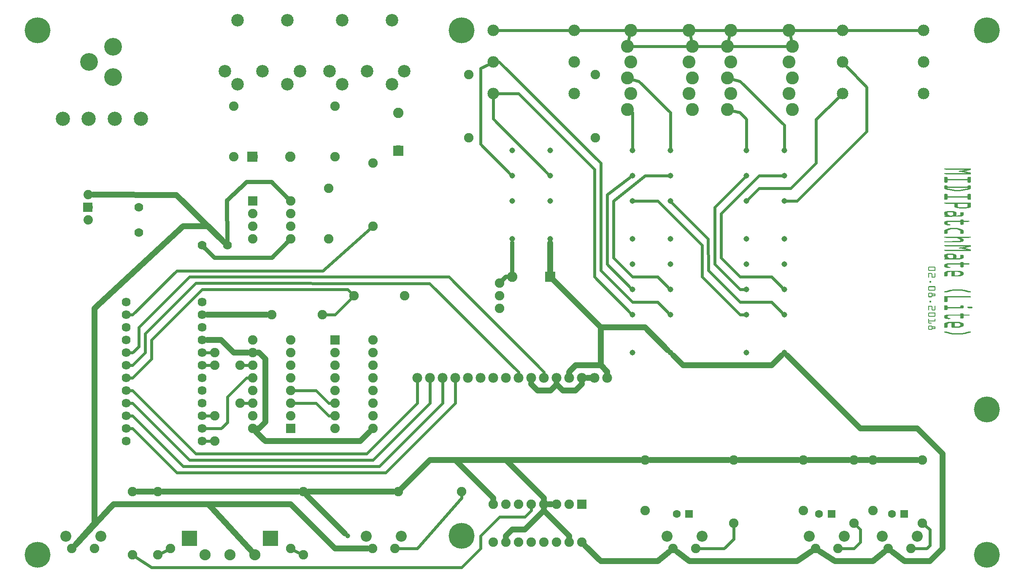
<source format=gtl>
G04 MADE WITH FRITZING*
G04 WWW.FRITZING.ORG*
G04 DOUBLE SIDED*
G04 HOLES PLATED*
G04 CONTOUR ON CENTER OF CONTOUR VECTOR*
%ASAXBY*%
%FSLAX23Y23*%
%MOIN*%
%OFA0B0*%
%SFA1.0B1.0*%
%ADD10C,0.075000*%
%ADD11C,0.039370*%
%ADD12C,0.070361*%
%ADD13C,0.078000*%
%ADD14C,0.112000*%
%ADD15C,0.074000*%
%ADD16C,0.070000*%
%ADD17C,0.204725*%
%ADD18C,0.082000*%
%ADD19C,0.102362*%
%ADD20C,0.091417*%
%ADD21C,0.045000*%
%ADD22C,0.140000*%
%ADD23C,0.099060*%
%ADD24C,0.087000*%
%ADD25C,0.088000*%
%ADD26C,0.123000*%
%ADD27C,0.062992*%
%ADD28R,0.075000X0.075000*%
%ADD29R,0.082000X0.082000*%
%ADD30R,0.123000X0.123000*%
%ADD31R,0.062992X0.062992*%
%ADD32C,0.048000*%
%ADD33C,0.024000*%
%ADD34C,0.032000*%
%ADD35R,0.001000X0.001000*%
%LNCOPPER1*%
G90*
G70*
G54D10*
X1573Y1690D03*
X1773Y1690D03*
X1573Y1790D03*
X1773Y1390D03*
X1573Y1090D03*
X1223Y240D03*
X1573Y1290D03*
X2173Y240D03*
G54D11*
X2623Y340D03*
G54D10*
X4473Y590D03*
X4473Y290D03*
X4373Y590D03*
X4373Y290D03*
X4273Y590D03*
X4273Y290D03*
X4173Y590D03*
X4173Y290D03*
X4073Y590D03*
X4073Y290D03*
X3973Y590D03*
X3973Y290D03*
X3873Y590D03*
X3873Y290D03*
X3773Y590D03*
X3773Y290D03*
X2023Y2090D03*
X2423Y2090D03*
G54D12*
X873Y2190D03*
X873Y2090D03*
X873Y1990D03*
X873Y1890D03*
X873Y1790D03*
X873Y1690D03*
X873Y1590D03*
X873Y1490D03*
X873Y1390D03*
X873Y1290D03*
X873Y1190D03*
X873Y1090D03*
X1473Y2190D03*
X1473Y2090D03*
X1473Y1990D03*
X1473Y1890D03*
X1473Y1790D03*
X1473Y1690D03*
X1473Y1590D03*
X1473Y1490D03*
X1473Y1390D03*
X1473Y1290D03*
X1473Y1190D03*
X1473Y1090D03*
G54D13*
X4475Y1590D03*
X4375Y1590D03*
X4275Y1590D03*
X4175Y1590D03*
X4075Y1590D03*
X3975Y1590D03*
X3875Y1590D03*
X3775Y1590D03*
X3675Y1590D03*
X3575Y1590D03*
X3475Y1590D03*
X3375Y1590D03*
X3275Y1590D03*
X3175Y1590D03*
X4675Y1590D03*
X4575Y1590D03*
G54D10*
X2173Y1190D03*
X1873Y1190D03*
X2173Y1290D03*
X1873Y1290D03*
X2173Y1390D03*
X1873Y1390D03*
X2173Y1490D03*
X1873Y1490D03*
X2173Y1590D03*
X1873Y1590D03*
X2173Y1690D03*
X1873Y1690D03*
X2173Y1790D03*
X1873Y1790D03*
X2173Y1890D03*
X1873Y1890D03*
X2523Y1890D03*
X2823Y1890D03*
X2523Y1790D03*
X2823Y1790D03*
X2523Y1690D03*
X2823Y1690D03*
X2523Y1590D03*
X2823Y1590D03*
X2523Y1490D03*
X2823Y1490D03*
X2523Y1390D03*
X2823Y1390D03*
X2523Y1290D03*
X2823Y1290D03*
X2523Y1190D03*
X2823Y1190D03*
X6623Y940D03*
X6623Y440D03*
G54D14*
X373Y3640D03*
X579Y3640D03*
X785Y3640D03*
X991Y3640D03*
X373Y3640D03*
X579Y3640D03*
X785Y3640D03*
X991Y3640D03*
G54D15*
X573Y2840D03*
X573Y2940D03*
X573Y3040D03*
X573Y2840D03*
X573Y2940D03*
X573Y3040D03*
G54D16*
X1473Y2640D03*
X1673Y2640D03*
X973Y2940D03*
X973Y2740D03*
G54D17*
X3523Y4340D03*
G54D18*
X3023Y3390D03*
X3023Y3688D03*
G54D19*
X4860Y4343D03*
X4860Y4093D03*
X4860Y3843D03*
X5321Y4343D03*
X5321Y4093D03*
X5321Y3843D03*
X4833Y4215D03*
X4833Y3965D03*
X4833Y3715D03*
X5348Y4215D03*
X5348Y3965D03*
X5348Y3715D03*
G54D20*
X3773Y4340D03*
X4413Y4340D03*
X3773Y4090D03*
X4413Y4090D03*
X3773Y3840D03*
X4413Y3840D03*
G54D21*
X5173Y2990D03*
X4873Y3390D03*
X4873Y3190D03*
X4873Y2990D03*
X4873Y2690D03*
X5173Y2690D03*
X5173Y3190D03*
X5173Y3390D03*
X5173Y2090D03*
X4873Y2490D03*
X4873Y2290D03*
X4873Y2090D03*
X4873Y1790D03*
X5173Y1790D03*
X5173Y2290D03*
X5173Y2490D03*
X4223Y2990D03*
X3923Y3390D03*
X3923Y3190D03*
X3923Y2990D03*
X3923Y2690D03*
X4223Y2690D03*
X4223Y3190D03*
X4223Y3390D03*
G54D10*
X1723Y3740D03*
X1723Y3340D03*
G54D18*
X1873Y3340D03*
X2171Y3340D03*
G54D10*
X2823Y3290D03*
X2823Y2790D03*
X2473Y2690D03*
X2473Y3090D03*
X2523Y3740D03*
X2523Y3340D03*
G54D22*
X770Y3973D03*
X770Y4213D03*
X580Y4093D03*
G54D10*
X1873Y2990D03*
X2173Y2990D03*
X1873Y2890D03*
X2173Y2890D03*
X1873Y2790D03*
X2173Y2790D03*
X1873Y2690D03*
X2173Y2690D03*
G54D23*
X3072Y4017D03*
X2973Y3915D03*
X2777Y4017D03*
X2580Y3915D03*
X2481Y4017D03*
X2973Y4422D03*
X2580Y4422D03*
X2247Y4017D03*
X2148Y3915D03*
X1952Y4017D03*
X1755Y3915D03*
X1656Y4017D03*
X2148Y4422D03*
X1755Y4422D03*
G54D10*
X3581Y3490D03*
X3581Y3990D03*
X4581Y3490D03*
X4581Y3990D03*
X3823Y2340D03*
X3823Y2240D03*
X3823Y2140D03*
X2673Y2240D03*
X3073Y2240D03*
G54D18*
X4223Y2390D03*
X3925Y2390D03*
G54D17*
X173Y4340D03*
X173Y190D03*
X7673Y190D03*
X7673Y1340D03*
X7673Y4340D03*
G54D19*
X5651Y4343D03*
X5651Y4093D03*
X5651Y3843D03*
X6112Y4343D03*
X6112Y4093D03*
X6112Y3843D03*
X5623Y4215D03*
X5623Y3965D03*
X5623Y3715D03*
X6139Y4215D03*
X6139Y3965D03*
X6139Y3715D03*
G54D20*
X6534Y4340D03*
X7173Y4340D03*
X6534Y4090D03*
X7173Y4090D03*
X6534Y3840D03*
X7173Y3840D03*
G54D21*
X6073Y2990D03*
X5773Y3390D03*
X5773Y3190D03*
X5773Y2990D03*
X5773Y2690D03*
X6073Y2690D03*
X6073Y3190D03*
X6073Y3390D03*
X6073Y2090D03*
X5773Y2490D03*
X5773Y2290D03*
X5773Y2090D03*
X5773Y1790D03*
X6073Y1790D03*
X6073Y2290D03*
X6073Y2490D03*
G54D17*
X3523Y340D03*
G54D10*
X2998Y240D03*
X2821Y240D03*
G54D24*
X3048Y339D03*
X2772Y339D03*
G54D25*
X1498Y190D03*
X1695Y190D03*
X1892Y190D03*
G54D26*
X1374Y321D03*
X2016Y321D03*
G54D10*
X623Y240D03*
X446Y240D03*
G54D24*
X673Y339D03*
X397Y339D03*
G54D10*
X1123Y190D03*
X1123Y690D03*
X2273Y190D03*
X2273Y690D03*
X3523Y690D03*
X3023Y690D03*
X923Y190D03*
X923Y690D03*
X6498Y240D03*
X6321Y240D03*
G54D24*
X6548Y339D03*
X6272Y339D03*
G54D10*
X7073Y240D03*
X6896Y240D03*
G54D24*
X7123Y339D03*
X6847Y339D03*
G54D27*
X6447Y515D03*
X6348Y515D03*
X7022Y515D03*
X6923Y515D03*
G54D10*
X6773Y940D03*
X6773Y540D03*
X6223Y940D03*
X6223Y540D03*
X7165Y940D03*
X7165Y440D03*
X5373Y240D03*
X5196Y240D03*
G54D24*
X5423Y339D03*
X5147Y339D03*
G54D27*
X5322Y515D03*
X5223Y515D03*
G54D10*
X4973Y940D03*
X4973Y540D03*
X5673Y440D03*
X5673Y940D03*
G54D28*
X4473Y590D03*
X2173Y1190D03*
X2523Y1890D03*
G54D29*
X3023Y3389D03*
X1872Y3340D03*
G54D28*
X1873Y2990D03*
G54D29*
X4224Y2390D03*
G54D30*
X1374Y321D03*
X2016Y321D03*
G54D31*
X6447Y515D03*
X7022Y515D03*
X5322Y515D03*
G54D32*
X2173Y590D02*
X2523Y240D01*
D02*
X2523Y240D02*
X2782Y240D01*
D02*
X1523Y590D02*
X2173Y590D01*
D02*
X1861Y224D02*
X1523Y590D01*
D02*
X1523Y590D02*
X773Y590D01*
D02*
X773Y590D02*
X474Y269D01*
D02*
X1861Y224D02*
X1523Y590D01*
G54D33*
D02*
X1545Y1790D02*
X1502Y1790D01*
D02*
X1845Y1390D02*
X1802Y1390D01*
D02*
X2199Y227D02*
X2248Y203D01*
D02*
X1198Y227D02*
X1149Y203D01*
D02*
X1545Y1090D02*
X1502Y1090D01*
D02*
X1545Y1290D02*
X1502Y1290D01*
D02*
X1845Y1690D02*
X1802Y1690D01*
D02*
X1545Y1690D02*
X1502Y1690D01*
G54D32*
D02*
X2602Y361D02*
X2302Y662D01*
D02*
X615Y3040D02*
X1272Y3038D01*
D02*
X4673Y1640D02*
X4623Y1690D01*
D02*
X4623Y1690D02*
X4623Y1990D01*
D02*
X4623Y1990D02*
X4254Y2360D01*
D02*
X4674Y1631D02*
X4673Y1640D01*
D02*
X1272Y3038D02*
X1647Y2666D01*
D02*
X7126Y940D02*
X6813Y940D01*
D02*
X1973Y1090D02*
X1902Y1162D01*
D02*
X2723Y1090D02*
X1973Y1090D01*
D02*
X2795Y1162D02*
X2723Y1090D01*
G54D33*
D02*
X2823Y940D02*
X1373Y940D01*
D02*
X3273Y1390D02*
X2823Y940D01*
D02*
X1373Y940D02*
X923Y1390D01*
D02*
X923Y1390D02*
X902Y1390D01*
D02*
X3275Y1560D02*
X3273Y1390D01*
D02*
X923Y1490D02*
X902Y1490D01*
D02*
X3173Y1390D02*
X2773Y990D01*
D02*
X1423Y990D02*
X923Y1490D01*
D02*
X2773Y990D02*
X1423Y990D01*
D02*
X3175Y1560D02*
X3173Y1390D01*
G54D32*
D02*
X1323Y2790D02*
X623Y2140D01*
D02*
X1523Y2790D02*
X1323Y2790D01*
D02*
X623Y2140D02*
X623Y440D01*
D02*
X623Y440D02*
X473Y270D01*
D02*
X1647Y2666D02*
X1523Y2790D01*
D02*
X5973Y1690D02*
X5273Y1690D01*
D02*
X5273Y1690D02*
X5197Y1767D01*
D02*
X6050Y1767D02*
X5973Y1690D01*
D02*
X6184Y940D02*
X5713Y940D01*
G54D33*
D02*
X923Y1190D02*
X902Y1190D01*
D02*
X1273Y840D02*
X923Y1190D01*
D02*
X2923Y840D02*
X1273Y840D01*
D02*
X3473Y1390D02*
X2923Y840D01*
D02*
X3475Y1560D02*
X3473Y1390D01*
D02*
X923Y1290D02*
X902Y1290D01*
D02*
X1323Y890D02*
X923Y1290D01*
D02*
X2873Y890D02*
X1323Y890D01*
D02*
X3373Y1390D02*
X2873Y890D01*
D02*
X3375Y1560D02*
X3373Y1390D01*
G54D32*
D02*
X6734Y940D02*
X6663Y940D01*
D02*
X6584Y940D02*
X6263Y940D01*
D02*
X2234Y690D02*
X1163Y690D01*
D02*
X963Y690D02*
X1084Y690D01*
D02*
X2313Y690D02*
X2984Y690D01*
D02*
X3923Y390D02*
X3873Y340D01*
D02*
X4023Y390D02*
X3923Y390D01*
D02*
X4173Y540D02*
X4023Y390D01*
D02*
X3873Y340D02*
X3873Y330D01*
D02*
X4173Y550D02*
X4173Y540D01*
D02*
X4173Y540D02*
X4173Y550D01*
D02*
X4373Y340D02*
X4173Y540D01*
D02*
X4373Y330D02*
X4373Y340D01*
D02*
X4973Y1990D02*
X4623Y1990D01*
D02*
X4623Y1990D02*
X4254Y2360D01*
D02*
X5150Y1813D02*
X4973Y1990D01*
G54D33*
D02*
X3823Y490D02*
X4023Y490D01*
D02*
X4023Y490D02*
X4073Y540D01*
D02*
X4073Y540D02*
X4073Y561D01*
D02*
X3673Y340D02*
X3823Y490D01*
D02*
X3673Y240D02*
X3673Y340D01*
D02*
X3523Y90D02*
X3673Y240D01*
G54D32*
D02*
X7323Y990D02*
X7323Y240D01*
D02*
X7323Y240D02*
X7223Y140D01*
D02*
X7223Y140D02*
X7023Y140D01*
D02*
X7023Y140D02*
X6928Y216D01*
D02*
X7123Y1190D02*
X7323Y990D01*
D02*
X6673Y1190D02*
X7123Y1190D01*
D02*
X6097Y1767D02*
X6673Y1190D01*
D02*
X6773Y140D02*
X6866Y215D01*
D02*
X6473Y140D02*
X6773Y140D01*
D02*
X6355Y218D02*
X6473Y140D01*
G54D33*
D02*
X1073Y90D02*
X3523Y90D01*
D02*
X947Y174D02*
X1073Y90D01*
G54D32*
D02*
X5013Y940D02*
X5634Y940D01*
G54D33*
D02*
X3523Y640D02*
X3523Y661D01*
G54D32*
D02*
X3273Y940D02*
X3873Y940D01*
D02*
X3273Y940D02*
X3473Y940D01*
D02*
X4213Y590D02*
X4234Y590D01*
D02*
X3873Y940D02*
X4173Y640D01*
D02*
X4173Y640D02*
X4173Y630D01*
D02*
X3052Y718D02*
X3273Y940D01*
D02*
X3773Y640D02*
X3773Y630D01*
D02*
X3473Y940D02*
X3773Y640D01*
D02*
X3052Y718D02*
X3273Y940D01*
G54D33*
D02*
X3173Y240D02*
X3523Y640D01*
D02*
X3027Y240D02*
X3173Y240D01*
G54D32*
D02*
X5073Y140D02*
X4623Y140D01*
D02*
X4623Y140D02*
X4502Y262D01*
D02*
X5166Y215D02*
X5073Y140D01*
D02*
X6173Y140D02*
X5323Y140D01*
D02*
X5323Y140D02*
X5228Y216D01*
D02*
X6289Y218D02*
X6173Y140D01*
G54D33*
D02*
X2523Y2090D02*
X2452Y2090D01*
D02*
X2653Y2220D02*
X2523Y2090D01*
G54D32*
D02*
X1984Y2090D02*
X1514Y2090D01*
G54D33*
D02*
X6130Y4257D02*
X6121Y4301D01*
D02*
X5340Y4257D02*
X5330Y4301D01*
D02*
X4818Y4343D02*
X4453Y4340D01*
D02*
X6494Y4340D02*
X6154Y4343D01*
D02*
X1675Y1238D02*
X1623Y1190D01*
D02*
X1673Y1440D02*
X1675Y1238D01*
D02*
X1823Y1590D02*
X1673Y1440D01*
D02*
X1623Y1190D02*
X1502Y1190D01*
D02*
X1845Y1590D02*
X1823Y1590D01*
D02*
X1075Y1890D02*
X1073Y1740D01*
D02*
X923Y1590D02*
X902Y1590D01*
D02*
X1073Y1740D02*
X923Y1590D01*
D02*
X1475Y2290D02*
X1075Y1890D01*
D02*
X1275Y2438D02*
X923Y2090D01*
D02*
X923Y2090D02*
X902Y2090D01*
D02*
X2427Y2438D02*
X1275Y2438D01*
D02*
X2623Y2290D02*
X1475Y2290D01*
D02*
X2653Y2260D02*
X2623Y2290D01*
D02*
X2802Y2771D02*
X2427Y2438D01*
G54D34*
D02*
X1575Y2542D02*
X2027Y2542D01*
D02*
X1496Y2618D02*
X1575Y2542D01*
D02*
X2027Y2542D02*
X2149Y2666D01*
G54D33*
D02*
X3272Y2338D02*
X1423Y2342D01*
D02*
X1423Y2342D02*
X1023Y1942D01*
D02*
X1023Y1942D02*
X1023Y1790D01*
D02*
X1023Y1790D02*
X923Y1690D01*
D02*
X923Y1690D02*
X902Y1690D01*
D02*
X3975Y1638D02*
X3272Y2338D01*
D02*
X3975Y1620D02*
X3975Y1638D01*
G54D32*
D02*
X4075Y1542D02*
X4075Y1549D01*
D02*
X4275Y1538D02*
X4227Y1490D01*
D02*
X4123Y1490D02*
X4075Y1542D01*
D02*
X4227Y1490D02*
X4123Y1490D01*
D02*
X4275Y1549D02*
X4275Y1538D01*
D02*
X4475Y1540D02*
X4423Y1490D01*
D02*
X4275Y1540D02*
X4275Y1549D01*
D02*
X4323Y1490D02*
X4275Y1540D01*
D02*
X4423Y1490D02*
X4323Y1490D01*
D02*
X4475Y1549D02*
X4475Y1540D01*
D02*
X4534Y1590D02*
X4517Y1590D01*
G54D33*
D02*
X975Y1990D02*
X975Y1838D01*
D02*
X975Y1838D02*
X923Y1790D01*
D02*
X923Y1790D02*
X902Y1790D01*
D02*
X1375Y2390D02*
X975Y1990D01*
D02*
X4175Y1638D02*
X3423Y2390D01*
D02*
X3423Y2390D02*
X1375Y2390D01*
D02*
X4175Y1620D02*
X4175Y1638D01*
G54D32*
D02*
X4627Y1690D02*
X4423Y1690D01*
D02*
X4675Y1638D02*
X4627Y1690D01*
D02*
X4375Y1638D02*
X4375Y1631D01*
D02*
X4423Y1690D02*
X4375Y1638D01*
D02*
X4675Y1631D02*
X4675Y1638D01*
D02*
X1623Y1890D02*
X1514Y1890D01*
D02*
X1723Y1790D02*
X1623Y1890D01*
D02*
X1834Y1790D02*
X1723Y1790D01*
G54D33*
D02*
X2373Y1490D02*
X2202Y1490D01*
D02*
X2473Y1390D02*
X2373Y1490D01*
D02*
X2495Y1390D02*
X2473Y1390D01*
D02*
X2373Y1390D02*
X2202Y1390D01*
D02*
X2473Y1290D02*
X2373Y1390D01*
D02*
X2495Y1290D02*
X2473Y1290D01*
G54D32*
D02*
X1923Y1190D02*
X1973Y1240D01*
D02*
X1923Y1790D02*
X1913Y1790D01*
D02*
X1973Y1240D02*
X1973Y1740D01*
D02*
X1973Y1740D02*
X1923Y1790D01*
D02*
X1913Y1190D02*
X1923Y1190D01*
G54D33*
D02*
X6623Y240D02*
X6527Y240D01*
D02*
X6673Y290D02*
X6623Y240D01*
D02*
X6673Y390D02*
X6673Y290D01*
D02*
X6644Y420D02*
X6673Y390D01*
G54D34*
D02*
X3875Y2390D02*
X3848Y2364D01*
D02*
X3888Y2390D02*
X3875Y2390D01*
D02*
X3925Y2428D02*
X3924Y2663D01*
G54D32*
D02*
X4223Y2433D02*
X4223Y2657D01*
G54D34*
D02*
X1672Y2994D02*
X1673Y2672D01*
D02*
X1827Y3142D02*
X1672Y2994D01*
D02*
X2023Y3140D02*
X1827Y3142D01*
D02*
X2149Y3014D02*
X2023Y3140D01*
G54D33*
D02*
X3973Y3840D02*
X3814Y3840D01*
D02*
X4623Y2440D02*
X4623Y3290D01*
D02*
X3820Y4090D02*
X3814Y4090D01*
D02*
X4623Y3290D02*
X3820Y4090D01*
D02*
X4873Y2190D02*
X4623Y2440D01*
D02*
X5073Y2190D02*
X4873Y2190D01*
D02*
X5158Y2105D02*
X5073Y2190D01*
D02*
X4573Y2390D02*
X4573Y3240D01*
D02*
X4573Y3240D02*
X3973Y3840D01*
D02*
X4858Y2105D02*
X4573Y2390D01*
D02*
X3814Y4340D02*
X4372Y4340D01*
D02*
X5175Y3690D02*
X5174Y3412D01*
D02*
X4923Y3939D02*
X5175Y3690D01*
D02*
X4874Y3953D02*
X4923Y3939D01*
D02*
X4875Y3690D02*
X4874Y3412D01*
D02*
X4869Y3693D02*
X4875Y3690D01*
D02*
X4723Y2540D02*
X4723Y2990D01*
D02*
X4973Y3190D02*
X5152Y3190D01*
D02*
X4723Y2990D02*
X4973Y3190D01*
D02*
X5073Y2390D02*
X4873Y2390D01*
D02*
X4873Y2390D02*
X4723Y2540D01*
D02*
X5158Y2305D02*
X5073Y2390D01*
D02*
X4673Y2490D02*
X4673Y3040D01*
D02*
X4673Y3040D02*
X4856Y3177D01*
D02*
X4858Y2305D02*
X4673Y2490D01*
D02*
X5306Y4215D02*
X4875Y4215D01*
D02*
X5278Y4343D02*
X4903Y4343D01*
D02*
X3673Y3440D02*
X3673Y4040D01*
D02*
X3673Y4040D02*
X3738Y4072D01*
D02*
X3908Y3205D02*
X3673Y3440D01*
D02*
X4208Y3205D02*
X3773Y3640D01*
D02*
X3773Y3790D02*
X3773Y3800D01*
D02*
X3773Y3640D02*
X3773Y3790D01*
D02*
X6723Y3540D02*
X6173Y2990D01*
D02*
X6173Y2990D02*
X6095Y2990D01*
D02*
X6723Y3890D02*
X6723Y3540D01*
D02*
X6562Y4061D02*
X6723Y3890D01*
D02*
X5873Y3090D02*
X5789Y3005D01*
D02*
X6123Y3090D02*
X5873Y3090D01*
D02*
X6323Y3290D02*
X6123Y3090D01*
D02*
X6323Y3638D02*
X6323Y3290D01*
D02*
X6505Y3812D02*
X6323Y3638D01*
D02*
X7133Y4340D02*
X6575Y4340D01*
D02*
X6075Y3590D02*
X6074Y3412D01*
D02*
X5775Y3639D02*
X5774Y3412D01*
D02*
X5723Y3690D02*
X5775Y3639D01*
D02*
X5665Y3705D02*
X5723Y3690D01*
D02*
X5723Y3939D02*
X6075Y3590D01*
D02*
X5665Y3954D02*
X5723Y3939D01*
D02*
X5573Y2540D02*
X5573Y2890D01*
D02*
X5873Y3190D02*
X6052Y3190D01*
D02*
X5573Y2890D02*
X5873Y3190D01*
D02*
X5973Y2390D02*
X5723Y2390D01*
D02*
X5723Y2390D02*
X5573Y2540D01*
D02*
X6058Y2305D02*
X5973Y2390D01*
D02*
X5523Y2490D02*
X5523Y2940D01*
D02*
X5523Y2940D02*
X5758Y3175D01*
D02*
X5723Y2290D02*
X5523Y2490D01*
D02*
X5752Y2290D02*
X5723Y2290D01*
D02*
X6097Y4215D02*
X5666Y4215D01*
D02*
X6069Y4343D02*
X5694Y4343D01*
D02*
X5073Y2990D02*
X5423Y2640D01*
D02*
X5423Y2640D02*
X5423Y2390D01*
D02*
X5423Y2390D02*
X5723Y2090D01*
D02*
X5723Y2090D02*
X5752Y2090D01*
D02*
X4895Y2990D02*
X5073Y2990D01*
D02*
X5472Y2690D02*
X5473Y2440D01*
D02*
X5473Y2440D02*
X5723Y2190D01*
D02*
X5973Y2190D02*
X6058Y2105D01*
D02*
X5723Y2190D02*
X5973Y2190D01*
D02*
X5189Y2975D02*
X5472Y2690D01*
D02*
X5608Y4343D02*
X5364Y4343D01*
D02*
X4842Y4257D02*
X4851Y4301D01*
D02*
X5632Y4257D02*
X5642Y4301D01*
D02*
X5581Y4215D02*
X5391Y4215D01*
D02*
X7223Y390D02*
X7187Y421D01*
D02*
X7223Y265D02*
X7223Y390D01*
D02*
X7198Y240D02*
X7223Y265D01*
D02*
X7102Y240D02*
X7198Y240D01*
D02*
X5673Y315D02*
X5673Y411D01*
D02*
X5598Y240D02*
X5673Y315D01*
D02*
X5402Y240D02*
X5598Y240D01*
G54D32*
D02*
X3273Y940D02*
X3052Y718D01*
D02*
X4934Y940D02*
X3273Y940D01*
G54D35*
X7346Y3249D02*
X7549Y3249D01*
X7341Y3248D02*
X7549Y3248D01*
X7339Y3247D02*
X7549Y3247D01*
X7338Y3246D02*
X7549Y3246D01*
X7337Y3245D02*
X7549Y3245D01*
X7337Y3244D02*
X7549Y3244D01*
X7338Y3243D02*
X7549Y3243D01*
X7339Y3242D02*
X7549Y3242D01*
X7342Y3241D02*
X7549Y3241D01*
X7347Y3240D02*
X7549Y3240D01*
X7508Y3239D02*
X7549Y3239D01*
X7504Y3238D02*
X7549Y3238D01*
X7500Y3237D02*
X7547Y3237D01*
X7495Y3236D02*
X7543Y3236D01*
X7491Y3235D02*
X7538Y3235D01*
X7487Y3234D02*
X7534Y3234D01*
X7483Y3233D02*
X7530Y3233D01*
X7479Y3232D02*
X7526Y3232D01*
X7475Y3231D02*
X7522Y3231D01*
X7459Y3230D02*
X7518Y3230D01*
X7456Y3229D02*
X7514Y3229D01*
X7454Y3228D02*
X7509Y3228D01*
X7453Y3227D02*
X7505Y3227D01*
X7453Y3226D02*
X7502Y3226D01*
X7453Y3225D02*
X7505Y3225D01*
X7454Y3224D02*
X7509Y3224D01*
X7456Y3223D02*
X7514Y3223D01*
X7460Y3222D02*
X7518Y3222D01*
X7475Y3221D02*
X7522Y3221D01*
X7479Y3220D02*
X7526Y3220D01*
X7483Y3219D02*
X7530Y3219D01*
X7488Y3218D02*
X7535Y3218D01*
X7492Y3217D02*
X7539Y3217D01*
X7496Y3216D02*
X7543Y3216D01*
X7500Y3215D02*
X7547Y3215D01*
X7504Y3214D02*
X7549Y3214D01*
X7508Y3213D02*
X7549Y3213D01*
X7347Y3212D02*
X7549Y3212D01*
X7342Y3211D02*
X7549Y3211D01*
X7339Y3210D02*
X7549Y3210D01*
X7338Y3209D02*
X7549Y3209D01*
X7337Y3208D02*
X7549Y3208D01*
X7337Y3207D02*
X7549Y3207D01*
X7338Y3206D02*
X7549Y3206D01*
X7339Y3205D02*
X7549Y3205D01*
X7342Y3204D02*
X7549Y3204D01*
X7347Y3203D02*
X7549Y3203D01*
X7343Y3181D02*
X7357Y3181D01*
X7528Y3181D02*
X7543Y3181D01*
X7340Y3180D02*
X7360Y3180D01*
X7525Y3180D02*
X7546Y3180D01*
X7338Y3179D02*
X7362Y3179D01*
X7523Y3179D02*
X7548Y3179D01*
X7337Y3178D02*
X7363Y3178D01*
X7523Y3178D02*
X7548Y3178D01*
X7337Y3177D02*
X7363Y3177D01*
X7522Y3177D02*
X7549Y3177D01*
X7337Y3176D02*
X7364Y3176D01*
X7522Y3176D02*
X7549Y3176D01*
X7337Y3175D02*
X7364Y3175D01*
X7522Y3175D02*
X7549Y3175D01*
X7337Y3174D02*
X7364Y3174D01*
X7522Y3174D02*
X7549Y3174D01*
X7337Y3173D02*
X7364Y3173D01*
X7522Y3173D02*
X7549Y3173D01*
X7337Y3172D02*
X7364Y3172D01*
X7522Y3172D02*
X7549Y3172D01*
X7337Y3171D02*
X7364Y3171D01*
X7522Y3171D02*
X7549Y3171D01*
X7337Y3170D02*
X7364Y3170D01*
X7522Y3170D02*
X7549Y3170D01*
X7337Y3169D02*
X7364Y3169D01*
X7522Y3169D02*
X7549Y3169D01*
X7337Y3168D02*
X7364Y3168D01*
X7522Y3168D02*
X7549Y3168D01*
X7337Y3167D02*
X7364Y3167D01*
X7522Y3167D02*
X7549Y3167D01*
X7337Y3166D02*
X7364Y3166D01*
X7522Y3166D02*
X7549Y3166D01*
X7337Y3165D02*
X7364Y3165D01*
X7522Y3165D02*
X7549Y3165D01*
X7337Y3164D02*
X7364Y3164D01*
X7522Y3164D02*
X7549Y3164D01*
X7337Y3163D02*
X7549Y3163D01*
X7337Y3162D02*
X7549Y3162D01*
X7337Y3161D02*
X7549Y3161D01*
X7337Y3160D02*
X7549Y3160D01*
X7337Y3159D02*
X7549Y3159D01*
X7337Y3158D02*
X7549Y3158D01*
X7337Y3157D02*
X7549Y3157D01*
X7337Y3156D02*
X7549Y3156D01*
X7337Y3155D02*
X7549Y3155D01*
X7337Y3154D02*
X7549Y3154D01*
X7337Y3153D02*
X7364Y3153D01*
X7522Y3153D02*
X7549Y3153D01*
X7337Y3152D02*
X7364Y3152D01*
X7522Y3152D02*
X7549Y3152D01*
X7337Y3151D02*
X7364Y3151D01*
X7522Y3151D02*
X7549Y3151D01*
X7337Y3150D02*
X7364Y3150D01*
X7522Y3150D02*
X7549Y3150D01*
X7337Y3149D02*
X7364Y3149D01*
X7522Y3149D02*
X7549Y3149D01*
X7337Y3148D02*
X7364Y3148D01*
X7522Y3148D02*
X7549Y3148D01*
X7337Y3147D02*
X7364Y3147D01*
X7522Y3147D02*
X7549Y3147D01*
X7337Y3146D02*
X7364Y3146D01*
X7522Y3146D02*
X7549Y3146D01*
X7337Y3145D02*
X7364Y3145D01*
X7522Y3145D02*
X7549Y3145D01*
X7337Y3144D02*
X7364Y3144D01*
X7522Y3144D02*
X7549Y3144D01*
X7337Y3143D02*
X7364Y3143D01*
X7522Y3143D02*
X7549Y3143D01*
X7337Y3142D02*
X7364Y3142D01*
X7522Y3142D02*
X7549Y3142D01*
X7337Y3141D02*
X7364Y3141D01*
X7522Y3141D02*
X7549Y3141D01*
X7337Y3140D02*
X7363Y3140D01*
X7522Y3140D02*
X7549Y3140D01*
X7337Y3139D02*
X7363Y3139D01*
X7523Y3139D02*
X7548Y3139D01*
X7338Y3138D02*
X7362Y3138D01*
X7524Y3138D02*
X7547Y3138D01*
X7340Y3137D02*
X7360Y3137D01*
X7526Y3137D02*
X7545Y3137D01*
X7344Y3136D02*
X7357Y3136D01*
X7529Y3136D02*
X7542Y3136D01*
X7346Y3114D02*
X7355Y3114D01*
X7531Y3114D02*
X7540Y3114D01*
X7341Y3113D02*
X7359Y3113D01*
X7527Y3113D02*
X7544Y3113D01*
X7339Y3112D02*
X7362Y3112D01*
X7524Y3112D02*
X7547Y3112D01*
X7338Y3111D02*
X7363Y3111D01*
X7523Y3111D02*
X7548Y3111D01*
X7337Y3110D02*
X7363Y3110D01*
X7522Y3110D02*
X7549Y3110D01*
X7337Y3109D02*
X7364Y3109D01*
X7522Y3109D02*
X7549Y3109D01*
X7337Y3108D02*
X7364Y3108D01*
X7522Y3108D02*
X7549Y3108D01*
X7337Y3107D02*
X7364Y3107D01*
X7522Y3107D02*
X7549Y3107D01*
X7337Y3106D02*
X7364Y3106D01*
X7522Y3106D02*
X7549Y3106D01*
X7337Y3105D02*
X7549Y3105D01*
X7337Y3104D02*
X7549Y3104D01*
X7337Y3103D02*
X7549Y3103D01*
X7337Y3102D02*
X7549Y3102D01*
X7337Y3101D02*
X7549Y3101D01*
X7337Y3100D02*
X7549Y3100D01*
X7337Y3099D02*
X7549Y3099D01*
X7337Y3098D02*
X7549Y3098D01*
X7337Y3097D02*
X7549Y3097D01*
X7337Y3096D02*
X7549Y3096D01*
X7337Y3095D02*
X7364Y3095D01*
X7522Y3095D02*
X7549Y3095D01*
X7337Y3094D02*
X7364Y3094D01*
X7522Y3094D02*
X7549Y3094D01*
X7337Y3093D02*
X7364Y3093D01*
X7522Y3093D02*
X7549Y3093D01*
X7337Y3092D02*
X7364Y3092D01*
X7522Y3092D02*
X7549Y3092D01*
X7337Y3091D02*
X7364Y3091D01*
X7522Y3091D02*
X7549Y3091D01*
X7337Y3090D02*
X7365Y3090D01*
X7521Y3090D02*
X7548Y3090D01*
X7338Y3089D02*
X7367Y3089D01*
X7518Y3089D02*
X7548Y3089D01*
X7339Y3088D02*
X7372Y3088D01*
X7514Y3088D02*
X7547Y3088D01*
X7340Y3087D02*
X7378Y3087D01*
X7508Y3087D02*
X7546Y3087D01*
X7341Y3086D02*
X7384Y3086D01*
X7502Y3086D02*
X7544Y3086D01*
X7343Y3085D02*
X7389Y3085D01*
X7496Y3085D02*
X7543Y3085D01*
X7345Y3084D02*
X7395Y3084D01*
X7491Y3084D02*
X7541Y3084D01*
X7347Y3083D02*
X7401Y3083D01*
X7485Y3083D02*
X7538Y3083D01*
X7349Y3082D02*
X7407Y3082D01*
X7479Y3082D02*
X7535Y3082D01*
X7353Y3081D02*
X7412Y3081D01*
X7473Y3081D02*
X7532Y3081D01*
X7357Y3080D02*
X7418Y3080D01*
X7468Y3080D02*
X7528Y3080D01*
X7363Y3079D02*
X7424Y3079D01*
X7462Y3079D02*
X7522Y3079D01*
X7369Y3078D02*
X7431Y3078D01*
X7456Y3078D02*
X7516Y3078D01*
X7375Y3077D02*
X7510Y3077D01*
X7381Y3076D02*
X7505Y3076D01*
X7387Y3075D02*
X7499Y3075D01*
X7392Y3074D02*
X7493Y3074D01*
X7398Y3073D02*
X7487Y3073D01*
X7404Y3072D02*
X7481Y3072D01*
X7410Y3071D02*
X7475Y3071D01*
X7416Y3070D02*
X7469Y3070D01*
X7424Y3069D02*
X7462Y3069D01*
X7436Y3068D02*
X7450Y3068D01*
X7343Y3046D02*
X7357Y3046D01*
X7528Y3046D02*
X7543Y3046D01*
X7340Y3045D02*
X7361Y3045D01*
X7525Y3045D02*
X7546Y3045D01*
X7338Y3044D02*
X7362Y3044D01*
X7523Y3044D02*
X7548Y3044D01*
X7337Y3043D02*
X7363Y3043D01*
X7523Y3043D02*
X7549Y3043D01*
X7337Y3042D02*
X7363Y3042D01*
X7522Y3042D02*
X7549Y3042D01*
X7337Y3041D02*
X7364Y3041D01*
X7522Y3041D02*
X7549Y3041D01*
X7337Y3040D02*
X7364Y3040D01*
X7522Y3040D02*
X7549Y3040D01*
X7337Y3039D02*
X7364Y3039D01*
X7522Y3039D02*
X7549Y3039D01*
X7337Y3038D02*
X7364Y3038D01*
X7522Y3038D02*
X7549Y3038D01*
X7337Y3037D02*
X7364Y3037D01*
X7522Y3037D02*
X7549Y3037D01*
X7337Y3036D02*
X7364Y3036D01*
X7522Y3036D02*
X7549Y3036D01*
X7337Y3035D02*
X7364Y3035D01*
X7522Y3035D02*
X7549Y3035D01*
X7337Y3034D02*
X7364Y3034D01*
X7522Y3034D02*
X7549Y3034D01*
X7337Y3033D02*
X7364Y3033D01*
X7522Y3033D02*
X7549Y3033D01*
X7337Y3032D02*
X7364Y3032D01*
X7522Y3032D02*
X7549Y3032D01*
X7337Y3031D02*
X7364Y3031D01*
X7522Y3031D02*
X7549Y3031D01*
X7337Y3030D02*
X7364Y3030D01*
X7522Y3030D02*
X7549Y3030D01*
X7337Y3029D02*
X7364Y3029D01*
X7522Y3029D02*
X7549Y3029D01*
X7337Y3028D02*
X7549Y3028D01*
X7337Y3027D02*
X7549Y3027D01*
X7337Y3026D02*
X7549Y3026D01*
X7337Y3025D02*
X7549Y3025D01*
X7337Y3024D02*
X7549Y3024D01*
X7337Y3023D02*
X7549Y3023D01*
X7337Y3022D02*
X7549Y3022D01*
X7337Y3021D02*
X7549Y3021D01*
X7337Y3020D02*
X7549Y3020D01*
X7337Y3019D02*
X7549Y3019D01*
X7337Y3018D02*
X7364Y3018D01*
X7522Y3018D02*
X7549Y3018D01*
X7337Y3017D02*
X7364Y3017D01*
X7522Y3017D02*
X7549Y3017D01*
X7337Y3016D02*
X7364Y3016D01*
X7522Y3016D02*
X7549Y3016D01*
X7337Y3015D02*
X7364Y3015D01*
X7522Y3015D02*
X7549Y3015D01*
X7337Y3014D02*
X7364Y3014D01*
X7522Y3014D02*
X7549Y3014D01*
X7337Y3013D02*
X7364Y3013D01*
X7522Y3013D02*
X7549Y3013D01*
X7337Y3012D02*
X7364Y3012D01*
X7522Y3012D02*
X7549Y3012D01*
X7337Y3011D02*
X7364Y3011D01*
X7522Y3011D02*
X7549Y3011D01*
X7337Y3010D02*
X7364Y3010D01*
X7522Y3010D02*
X7549Y3010D01*
X7337Y3009D02*
X7364Y3009D01*
X7522Y3009D02*
X7549Y3009D01*
X7337Y3008D02*
X7364Y3008D01*
X7522Y3008D02*
X7549Y3008D01*
X7337Y3007D02*
X7364Y3007D01*
X7522Y3007D02*
X7549Y3007D01*
X7337Y3006D02*
X7364Y3006D01*
X7522Y3006D02*
X7549Y3006D01*
X7337Y3005D02*
X7363Y3005D01*
X7522Y3005D02*
X7549Y3005D01*
X7337Y3004D02*
X7363Y3004D01*
X7523Y3004D02*
X7548Y3004D01*
X7338Y3003D02*
X7362Y3003D01*
X7524Y3003D02*
X7547Y3003D01*
X7340Y3002D02*
X7360Y3002D01*
X7526Y3002D02*
X7545Y3002D01*
X7344Y3001D02*
X7357Y3001D01*
X7529Y3001D02*
X7542Y3001D01*
X7346Y2979D02*
X7549Y2979D01*
X7341Y2978D02*
X7549Y2978D01*
X536Y2977D02*
X609Y2977D01*
X7339Y2977D02*
X7549Y2977D01*
X536Y2976D02*
X609Y2976D01*
X7338Y2976D02*
X7549Y2976D01*
X536Y2975D02*
X609Y2975D01*
X7337Y2975D02*
X7549Y2975D01*
X536Y2974D02*
X609Y2974D01*
X7337Y2974D02*
X7549Y2974D01*
X536Y2973D02*
X609Y2973D01*
X7338Y2973D02*
X7549Y2973D01*
X536Y2972D02*
X609Y2972D01*
X7339Y2972D02*
X7549Y2972D01*
X536Y2971D02*
X609Y2971D01*
X7342Y2971D02*
X7549Y2971D01*
X536Y2970D02*
X609Y2970D01*
X7348Y2970D02*
X7549Y2970D01*
X536Y2969D02*
X609Y2969D01*
X7418Y2969D02*
X7445Y2969D01*
X7522Y2969D02*
X7549Y2969D01*
X536Y2968D02*
X609Y2968D01*
X7418Y2968D02*
X7445Y2968D01*
X7522Y2968D02*
X7549Y2968D01*
X536Y2967D02*
X609Y2967D01*
X7418Y2967D02*
X7445Y2967D01*
X7522Y2967D02*
X7549Y2967D01*
X536Y2966D02*
X609Y2966D01*
X7418Y2966D02*
X7445Y2966D01*
X7522Y2966D02*
X7549Y2966D01*
X536Y2965D02*
X609Y2965D01*
X7418Y2965D02*
X7445Y2965D01*
X7522Y2965D02*
X7549Y2965D01*
X536Y2964D02*
X609Y2964D01*
X7418Y2964D02*
X7445Y2964D01*
X7522Y2964D02*
X7549Y2964D01*
X536Y2963D02*
X609Y2963D01*
X7418Y2963D02*
X7445Y2963D01*
X7522Y2963D02*
X7549Y2963D01*
X536Y2962D02*
X609Y2962D01*
X7418Y2962D02*
X7445Y2962D01*
X7522Y2962D02*
X7549Y2962D01*
X536Y2961D02*
X609Y2961D01*
X7418Y2961D02*
X7445Y2961D01*
X7522Y2961D02*
X7549Y2961D01*
X536Y2960D02*
X570Y2960D01*
X576Y2960D02*
X609Y2960D01*
X7418Y2960D02*
X7445Y2960D01*
X7522Y2960D02*
X7549Y2960D01*
X536Y2959D02*
X566Y2959D01*
X580Y2959D02*
X609Y2959D01*
X7418Y2959D02*
X7445Y2959D01*
X7522Y2959D02*
X7549Y2959D01*
X536Y2958D02*
X563Y2958D01*
X582Y2958D02*
X609Y2958D01*
X7418Y2958D02*
X7445Y2958D01*
X7522Y2958D02*
X7549Y2958D01*
X536Y2957D02*
X562Y2957D01*
X584Y2957D02*
X609Y2957D01*
X7418Y2957D02*
X7445Y2957D01*
X7522Y2957D02*
X7549Y2957D01*
X536Y2956D02*
X560Y2956D01*
X586Y2956D02*
X609Y2956D01*
X7418Y2956D02*
X7445Y2956D01*
X7522Y2956D02*
X7549Y2956D01*
X536Y2955D02*
X559Y2955D01*
X587Y2955D02*
X609Y2955D01*
X7418Y2955D02*
X7445Y2955D01*
X7522Y2955D02*
X7549Y2955D01*
X536Y2954D02*
X558Y2954D01*
X588Y2954D02*
X609Y2954D01*
X7418Y2954D02*
X7445Y2954D01*
X7522Y2954D02*
X7549Y2954D01*
X536Y2953D02*
X557Y2953D01*
X589Y2953D02*
X609Y2953D01*
X7418Y2953D02*
X7445Y2953D01*
X7522Y2953D02*
X7549Y2953D01*
X536Y2952D02*
X556Y2952D01*
X589Y2952D02*
X609Y2952D01*
X7418Y2952D02*
X7445Y2952D01*
X7522Y2952D02*
X7549Y2952D01*
X536Y2951D02*
X556Y2951D01*
X590Y2951D02*
X609Y2951D01*
X7418Y2951D02*
X7445Y2951D01*
X7522Y2951D02*
X7549Y2951D01*
X536Y2950D02*
X555Y2950D01*
X591Y2950D02*
X609Y2950D01*
X7418Y2950D02*
X7445Y2950D01*
X7522Y2950D02*
X7549Y2950D01*
X536Y2949D02*
X555Y2949D01*
X591Y2949D02*
X609Y2949D01*
X7418Y2949D02*
X7445Y2949D01*
X7522Y2949D02*
X7549Y2949D01*
X536Y2948D02*
X554Y2948D01*
X592Y2948D02*
X609Y2948D01*
X7418Y2948D02*
X7445Y2948D01*
X7522Y2948D02*
X7549Y2948D01*
X536Y2947D02*
X554Y2947D01*
X592Y2947D02*
X609Y2947D01*
X7418Y2947D02*
X7445Y2947D01*
X7522Y2947D02*
X7549Y2947D01*
X536Y2946D02*
X554Y2946D01*
X592Y2946D02*
X609Y2946D01*
X7418Y2946D02*
X7445Y2946D01*
X7522Y2946D02*
X7549Y2946D01*
X536Y2945D02*
X553Y2945D01*
X593Y2945D02*
X609Y2945D01*
X7418Y2945D02*
X7446Y2945D01*
X7521Y2945D02*
X7548Y2945D01*
X536Y2944D02*
X553Y2944D01*
X593Y2944D02*
X609Y2944D01*
X7419Y2944D02*
X7448Y2944D01*
X7519Y2944D02*
X7548Y2944D01*
X536Y2943D02*
X553Y2943D01*
X593Y2943D02*
X609Y2943D01*
X7420Y2943D02*
X7451Y2943D01*
X7516Y2943D02*
X7547Y2943D01*
X536Y2942D02*
X553Y2942D01*
X593Y2942D02*
X609Y2942D01*
X7421Y2942D02*
X7546Y2942D01*
X536Y2941D02*
X553Y2941D01*
X593Y2941D02*
X609Y2941D01*
X7422Y2941D02*
X7545Y2941D01*
X536Y2940D02*
X553Y2940D01*
X593Y2940D02*
X609Y2940D01*
X7424Y2940D02*
X7543Y2940D01*
X536Y2939D02*
X553Y2939D01*
X593Y2939D02*
X609Y2939D01*
X7425Y2939D02*
X7541Y2939D01*
X536Y2938D02*
X553Y2938D01*
X593Y2938D02*
X609Y2938D01*
X7428Y2938D02*
X7539Y2938D01*
X536Y2937D02*
X553Y2937D01*
X593Y2937D02*
X609Y2937D01*
X7430Y2937D02*
X7536Y2937D01*
X536Y2936D02*
X553Y2936D01*
X593Y2936D02*
X609Y2936D01*
X7434Y2936D02*
X7533Y2936D01*
X536Y2935D02*
X554Y2935D01*
X592Y2935D02*
X609Y2935D01*
X7438Y2935D02*
X7529Y2935D01*
X536Y2934D02*
X554Y2934D01*
X592Y2934D02*
X609Y2934D01*
X7443Y2934D02*
X7524Y2934D01*
X536Y2933D02*
X554Y2933D01*
X592Y2933D02*
X609Y2933D01*
X7454Y2933D02*
X7513Y2933D01*
X536Y2932D02*
X555Y2932D01*
X591Y2932D02*
X609Y2932D01*
X536Y2931D02*
X555Y2931D01*
X591Y2931D02*
X609Y2931D01*
X536Y2930D02*
X556Y2930D01*
X590Y2930D02*
X609Y2930D01*
X536Y2929D02*
X557Y2929D01*
X589Y2929D02*
X609Y2929D01*
X536Y2928D02*
X557Y2928D01*
X588Y2928D02*
X609Y2928D01*
X536Y2927D02*
X558Y2927D01*
X588Y2927D02*
X609Y2927D01*
X536Y2926D02*
X559Y2926D01*
X587Y2926D02*
X609Y2926D01*
X536Y2925D02*
X561Y2925D01*
X585Y2925D02*
X609Y2925D01*
X536Y2924D02*
X562Y2924D01*
X584Y2924D02*
X609Y2924D01*
X536Y2923D02*
X564Y2923D01*
X582Y2923D02*
X609Y2923D01*
X536Y2922D02*
X566Y2922D01*
X580Y2922D02*
X609Y2922D01*
X536Y2921D02*
X571Y2921D01*
X575Y2921D02*
X609Y2921D01*
X536Y2920D02*
X609Y2920D01*
X536Y2919D02*
X609Y2919D01*
X536Y2918D02*
X609Y2918D01*
X536Y2917D02*
X609Y2917D01*
X536Y2916D02*
X609Y2916D01*
X536Y2915D02*
X609Y2915D01*
X536Y2914D02*
X609Y2914D01*
X536Y2913D02*
X609Y2913D01*
X536Y2912D02*
X609Y2912D01*
X536Y2911D02*
X609Y2911D01*
X7364Y2911D02*
X7406Y2911D01*
X536Y2910D02*
X609Y2910D01*
X7357Y2910D02*
X7413Y2910D01*
X536Y2909D02*
X609Y2909D01*
X7353Y2909D02*
X7417Y2909D01*
X536Y2908D02*
X609Y2908D01*
X7350Y2908D02*
X7420Y2908D01*
X536Y2907D02*
X609Y2907D01*
X7347Y2907D02*
X7423Y2907D01*
X536Y2906D02*
X609Y2906D01*
X7345Y2906D02*
X7425Y2906D01*
X536Y2905D02*
X609Y2905D01*
X7343Y2905D02*
X7427Y2905D01*
X536Y2904D02*
X609Y2904D01*
X7341Y2904D02*
X7429Y2904D01*
X7340Y2903D02*
X7430Y2903D01*
X7339Y2902D02*
X7371Y2902D01*
X7399Y2902D02*
X7431Y2902D01*
X7471Y2902D02*
X7484Y2902D01*
X7338Y2901D02*
X7367Y2901D01*
X7403Y2901D02*
X7432Y2901D01*
X7468Y2901D02*
X7488Y2901D01*
X7337Y2900D02*
X7365Y2900D01*
X7405Y2900D02*
X7433Y2900D01*
X7466Y2900D02*
X7490Y2900D01*
X7337Y2899D02*
X7364Y2899D01*
X7406Y2899D02*
X7433Y2899D01*
X7465Y2899D02*
X7491Y2899D01*
X7337Y2898D02*
X7364Y2898D01*
X7406Y2898D02*
X7433Y2898D01*
X7464Y2898D02*
X7491Y2898D01*
X7337Y2897D02*
X7364Y2897D01*
X7407Y2897D02*
X7433Y2897D01*
X7464Y2897D02*
X7491Y2897D01*
X7337Y2896D02*
X7364Y2896D01*
X7407Y2896D02*
X7433Y2896D01*
X7464Y2896D02*
X7491Y2896D01*
X7337Y2895D02*
X7364Y2895D01*
X7407Y2895D02*
X7433Y2895D01*
X7464Y2895D02*
X7491Y2895D01*
X7337Y2894D02*
X7364Y2894D01*
X7407Y2894D02*
X7433Y2894D01*
X7464Y2894D02*
X7491Y2894D01*
X7337Y2893D02*
X7364Y2893D01*
X7407Y2893D02*
X7433Y2893D01*
X7464Y2893D02*
X7491Y2893D01*
X7337Y2892D02*
X7364Y2892D01*
X7407Y2892D02*
X7433Y2892D01*
X7464Y2892D02*
X7491Y2892D01*
X7337Y2891D02*
X7364Y2891D01*
X7407Y2891D02*
X7433Y2891D01*
X7464Y2891D02*
X7491Y2891D01*
X7337Y2890D02*
X7364Y2890D01*
X7407Y2890D02*
X7433Y2890D01*
X7464Y2890D02*
X7491Y2890D01*
X7337Y2889D02*
X7364Y2889D01*
X7407Y2889D02*
X7433Y2889D01*
X7464Y2889D02*
X7491Y2889D01*
X7337Y2888D02*
X7364Y2888D01*
X7407Y2888D02*
X7433Y2888D01*
X7464Y2888D02*
X7491Y2888D01*
X7337Y2887D02*
X7364Y2887D01*
X7407Y2887D02*
X7433Y2887D01*
X7464Y2887D02*
X7491Y2887D01*
X7337Y2886D02*
X7364Y2886D01*
X7407Y2886D02*
X7433Y2886D01*
X7464Y2886D02*
X7491Y2886D01*
X7337Y2885D02*
X7364Y2885D01*
X7407Y2885D02*
X7433Y2885D01*
X7464Y2885D02*
X7491Y2885D01*
X7337Y2884D02*
X7366Y2884D01*
X7407Y2884D02*
X7433Y2884D01*
X7464Y2884D02*
X7491Y2884D01*
X7337Y2883D02*
X7368Y2883D01*
X7407Y2883D02*
X7433Y2883D01*
X7464Y2883D02*
X7491Y2883D01*
X7338Y2882D02*
X7369Y2882D01*
X7407Y2882D02*
X7433Y2882D01*
X7464Y2882D02*
X7491Y2882D01*
X7340Y2881D02*
X7371Y2881D01*
X7407Y2881D02*
X7433Y2881D01*
X7464Y2881D02*
X7491Y2881D01*
X7342Y2880D02*
X7373Y2880D01*
X7407Y2880D02*
X7433Y2880D01*
X7464Y2880D02*
X7491Y2880D01*
X7343Y2879D02*
X7374Y2879D01*
X7406Y2879D02*
X7433Y2879D01*
X7464Y2879D02*
X7491Y2879D01*
X7345Y2878D02*
X7376Y2878D01*
X7405Y2878D02*
X7433Y2878D01*
X7462Y2878D02*
X7490Y2878D01*
X7347Y2877D02*
X7378Y2877D01*
X7403Y2877D02*
X7432Y2877D01*
X7459Y2877D02*
X7490Y2877D01*
X7349Y2876D02*
X7380Y2876D01*
X7400Y2876D02*
X7432Y2876D01*
X7446Y2876D02*
X7489Y2876D01*
X7350Y2875D02*
X7488Y2875D01*
X7343Y2874D02*
X7486Y2874D01*
X7340Y2873D02*
X7484Y2873D01*
X7338Y2872D02*
X7482Y2872D01*
X7337Y2871D02*
X7480Y2871D01*
X7337Y2870D02*
X7477Y2870D01*
X7337Y2869D02*
X7473Y2869D01*
X7339Y2868D02*
X7468Y2868D01*
X7341Y2867D02*
X7460Y2867D01*
X7344Y2866D02*
X7402Y2866D01*
X7472Y2844D02*
X7483Y2844D01*
X7468Y2843D02*
X7487Y2843D01*
X7466Y2842D02*
X7489Y2842D01*
X7465Y2841D02*
X7490Y2841D01*
X7464Y2840D02*
X7491Y2840D01*
X7464Y2839D02*
X7491Y2839D01*
X7464Y2838D02*
X7491Y2838D01*
X7464Y2837D02*
X7491Y2837D01*
X7464Y2836D02*
X7491Y2836D01*
X7372Y2835D02*
X7527Y2835D01*
X7362Y2834D02*
X7533Y2834D01*
X7356Y2833D02*
X7535Y2833D01*
X7352Y2832D02*
X7537Y2832D01*
X7349Y2831D02*
X7537Y2831D01*
X7346Y2830D02*
X7537Y2830D01*
X7344Y2829D02*
X7537Y2829D01*
X7342Y2828D02*
X7535Y2828D01*
X7341Y2827D02*
X7533Y2827D01*
X7339Y2826D02*
X7528Y2826D01*
X7338Y2825D02*
X7370Y2825D01*
X7464Y2825D02*
X7491Y2825D01*
X7338Y2824D02*
X7366Y2824D01*
X7464Y2824D02*
X7491Y2824D01*
X7337Y2823D02*
X7365Y2823D01*
X7464Y2823D02*
X7491Y2823D01*
X7337Y2822D02*
X7364Y2822D01*
X7464Y2822D02*
X7491Y2822D01*
X7337Y2821D02*
X7364Y2821D01*
X7464Y2821D02*
X7491Y2821D01*
X7337Y2820D02*
X7364Y2820D01*
X7464Y2820D02*
X7491Y2820D01*
X7337Y2819D02*
X7364Y2819D01*
X7464Y2819D02*
X7491Y2819D01*
X7337Y2818D02*
X7364Y2818D01*
X7464Y2818D02*
X7491Y2818D01*
X7337Y2817D02*
X7364Y2817D01*
X7464Y2817D02*
X7491Y2817D01*
X7337Y2816D02*
X7364Y2816D01*
X7464Y2816D02*
X7491Y2816D01*
X7337Y2815D02*
X7364Y2815D01*
X7464Y2815D02*
X7491Y2815D01*
X7337Y2814D02*
X7364Y2814D01*
X7464Y2814D02*
X7491Y2814D01*
X7337Y2813D02*
X7364Y2813D01*
X7464Y2813D02*
X7491Y2813D01*
X7337Y2812D02*
X7364Y2812D01*
X7464Y2812D02*
X7491Y2812D01*
X7337Y2811D02*
X7364Y2811D01*
X7464Y2811D02*
X7491Y2811D01*
X7337Y2810D02*
X7365Y2810D01*
X7464Y2810D02*
X7491Y2810D01*
X7338Y2809D02*
X7367Y2809D01*
X7464Y2809D02*
X7491Y2809D01*
X7339Y2808D02*
X7371Y2808D01*
X7464Y2808D02*
X7491Y2808D01*
X7340Y2807D02*
X7377Y2807D01*
X7464Y2807D02*
X7491Y2807D01*
X7341Y2806D02*
X7382Y2806D01*
X7465Y2806D02*
X7490Y2806D01*
X7342Y2805D02*
X7385Y2805D01*
X7466Y2805D02*
X7489Y2805D01*
X7344Y2804D02*
X7386Y2804D01*
X7468Y2804D02*
X7487Y2804D01*
X7347Y2803D02*
X7387Y2803D01*
X7473Y2803D02*
X7482Y2803D01*
X7349Y2802D02*
X7387Y2802D01*
X7353Y2801D02*
X7386Y2801D01*
X7357Y2800D02*
X7384Y2800D01*
X7362Y2799D02*
X7382Y2799D01*
X7370Y2798D02*
X7375Y2798D01*
X7383Y2776D02*
X7445Y2776D01*
X7377Y2775D02*
X7451Y2775D01*
X7373Y2774D02*
X7455Y2774D01*
X7370Y2773D02*
X7458Y2773D01*
X7367Y2772D02*
X7461Y2772D01*
X7364Y2771D02*
X7464Y2771D01*
X7362Y2770D02*
X7466Y2770D01*
X7359Y2769D02*
X7469Y2769D01*
X7357Y2768D02*
X7472Y2768D01*
X7354Y2767D02*
X7391Y2767D01*
X7437Y2767D02*
X7475Y2767D01*
X7352Y2766D02*
X7387Y2766D01*
X7441Y2766D02*
X7477Y2766D01*
X7349Y2765D02*
X7384Y2765D01*
X7443Y2765D02*
X7480Y2765D01*
X7347Y2764D02*
X7382Y2764D01*
X7446Y2764D02*
X7482Y2764D01*
X7344Y2763D02*
X7380Y2763D01*
X7448Y2763D02*
X7484Y2763D01*
X7342Y2762D02*
X7377Y2762D01*
X7451Y2762D02*
X7485Y2762D01*
X7341Y2761D02*
X7375Y2761D01*
X7453Y2761D02*
X7487Y2761D01*
X7340Y2760D02*
X7372Y2760D01*
X7456Y2760D02*
X7488Y2760D01*
X7339Y2759D02*
X7370Y2759D01*
X7458Y2759D02*
X7489Y2759D01*
X7338Y2758D02*
X7367Y2758D01*
X7461Y2758D02*
X7490Y2758D01*
X7337Y2757D02*
X7365Y2757D01*
X7463Y2757D02*
X7490Y2757D01*
X7337Y2756D02*
X7364Y2756D01*
X7464Y2756D02*
X7491Y2756D01*
X7337Y2755D02*
X7364Y2755D01*
X7464Y2755D02*
X7491Y2755D01*
X7337Y2754D02*
X7364Y2754D01*
X7464Y2754D02*
X7491Y2754D01*
X7337Y2753D02*
X7364Y2753D01*
X7464Y2753D02*
X7491Y2753D01*
X7337Y2752D02*
X7364Y2752D01*
X7464Y2752D02*
X7491Y2752D01*
X7337Y2751D02*
X7364Y2751D01*
X7464Y2751D02*
X7491Y2751D01*
X7337Y2750D02*
X7364Y2750D01*
X7464Y2750D02*
X7491Y2750D01*
X7337Y2749D02*
X7364Y2749D01*
X7464Y2749D02*
X7491Y2749D01*
X7337Y2748D02*
X7364Y2748D01*
X7464Y2748D02*
X7491Y2748D01*
X7337Y2747D02*
X7364Y2747D01*
X7464Y2747D02*
X7491Y2747D01*
X7337Y2746D02*
X7364Y2746D01*
X7464Y2746D02*
X7491Y2746D01*
X7337Y2745D02*
X7364Y2745D01*
X7464Y2745D02*
X7491Y2745D01*
X7337Y2744D02*
X7364Y2744D01*
X7464Y2744D02*
X7491Y2744D01*
X7337Y2743D02*
X7364Y2743D01*
X7464Y2743D02*
X7491Y2743D01*
X7337Y2742D02*
X7364Y2742D01*
X7464Y2742D02*
X7491Y2742D01*
X7337Y2741D02*
X7364Y2741D01*
X7464Y2741D02*
X7491Y2741D01*
X7337Y2740D02*
X7364Y2740D01*
X7464Y2740D02*
X7491Y2740D01*
X7337Y2739D02*
X7364Y2739D01*
X7464Y2739D02*
X7491Y2739D01*
X7337Y2738D02*
X7364Y2738D01*
X7464Y2738D02*
X7491Y2738D01*
X7337Y2737D02*
X7364Y2737D01*
X7464Y2737D02*
X7491Y2737D01*
X7337Y2736D02*
X7364Y2736D01*
X7464Y2736D02*
X7491Y2736D01*
X7337Y2735D02*
X7363Y2735D01*
X7464Y2735D02*
X7491Y2735D01*
X7337Y2734D02*
X7363Y2734D01*
X7465Y2734D02*
X7490Y2734D01*
X7339Y2733D02*
X7362Y2733D01*
X7466Y2733D02*
X7489Y2733D01*
X7341Y2732D02*
X7360Y2732D01*
X7468Y2732D02*
X7487Y2732D01*
X7344Y2731D02*
X7356Y2731D01*
X7472Y2731D02*
X7484Y2731D01*
X7345Y2709D02*
X7541Y2709D01*
X7341Y2708D02*
X7545Y2708D01*
X7339Y2707D02*
X7547Y2707D01*
X7337Y2706D02*
X7548Y2706D01*
X7337Y2705D02*
X7549Y2705D01*
X7337Y2704D02*
X7549Y2704D01*
X7338Y2703D02*
X7548Y2703D01*
X7340Y2702D02*
X7546Y2702D01*
X7342Y2701D02*
X7543Y2701D01*
X7351Y2700D02*
X7535Y2700D01*
X7438Y2699D02*
X7470Y2699D01*
X7439Y2698D02*
X7471Y2698D01*
X7441Y2697D02*
X7473Y2697D01*
X7443Y2696D02*
X7475Y2696D01*
X7445Y2695D02*
X7477Y2695D01*
X7447Y2694D02*
X7479Y2694D01*
X7449Y2693D02*
X7481Y2693D01*
X7451Y2692D02*
X7483Y2692D01*
X7453Y2691D02*
X7484Y2691D01*
X7455Y2690D02*
X7486Y2690D01*
X7456Y2689D02*
X7488Y2689D01*
X7458Y2688D02*
X7489Y2688D01*
X7460Y2687D02*
X7490Y2687D01*
X7462Y2686D02*
X7490Y2686D01*
X7464Y2685D02*
X7491Y2685D01*
X7464Y2684D02*
X7491Y2684D01*
X7464Y2683D02*
X7491Y2683D01*
X7464Y2682D02*
X7491Y2682D01*
X7464Y2681D02*
X7491Y2681D01*
X7464Y2680D02*
X7491Y2680D01*
X7464Y2679D02*
X7491Y2679D01*
X7464Y2678D02*
X7491Y2678D01*
X7464Y2677D02*
X7491Y2677D01*
X7463Y2676D02*
X7490Y2676D01*
X7460Y2675D02*
X7490Y2675D01*
X7456Y2674D02*
X7489Y2674D01*
X7402Y2673D02*
X7488Y2673D01*
X7345Y2672D02*
X7487Y2672D01*
X7341Y2671D02*
X7485Y2671D01*
X7339Y2670D02*
X7483Y2670D01*
X7338Y2669D02*
X7481Y2669D01*
X7337Y2668D02*
X7478Y2668D01*
X7337Y2667D02*
X7475Y2667D01*
X7338Y2666D02*
X7470Y2666D01*
X7340Y2665D02*
X7464Y2665D01*
X7342Y2664D02*
X7436Y2664D01*
X7342Y2641D02*
X7549Y2641D01*
X7340Y2640D02*
X7549Y2640D01*
X7338Y2639D02*
X7549Y2639D01*
X7337Y2638D02*
X7549Y2638D01*
X7337Y2637D02*
X7549Y2637D01*
X7338Y2636D02*
X7549Y2636D01*
X7339Y2635D02*
X7549Y2635D01*
X7341Y2634D02*
X7549Y2634D01*
X7345Y2633D02*
X7549Y2633D01*
X7509Y2632D02*
X7549Y2632D01*
X7505Y2631D02*
X7549Y2631D01*
X7501Y2630D02*
X7548Y2630D01*
X7497Y2629D02*
X7544Y2629D01*
X7492Y2628D02*
X7540Y2628D01*
X7488Y2627D02*
X7536Y2627D01*
X7484Y2626D02*
X7531Y2626D01*
X7480Y2625D02*
X7527Y2625D01*
X7476Y2624D02*
X7523Y2624D01*
X7461Y2623D02*
X7519Y2623D01*
X7457Y2622D02*
X7515Y2622D01*
X7454Y2621D02*
X7511Y2621D01*
X7453Y2620D02*
X7506Y2620D01*
X7453Y2619D02*
X7502Y2619D01*
X7453Y2618D02*
X7504Y2618D01*
X7454Y2617D02*
X7508Y2617D01*
X7455Y2616D02*
X7512Y2616D01*
X7458Y2615D02*
X7517Y2615D01*
X7474Y2614D02*
X7521Y2614D01*
X7478Y2613D02*
X7525Y2613D01*
X7482Y2612D02*
X7529Y2612D01*
X7486Y2611D02*
X7533Y2611D01*
X7491Y2610D02*
X7538Y2610D01*
X7495Y2609D02*
X7542Y2609D01*
X7499Y2608D02*
X7546Y2608D01*
X7503Y2607D02*
X7549Y2607D01*
X7507Y2606D02*
X7549Y2606D01*
X7510Y2605D02*
X7549Y2605D01*
X7343Y2604D02*
X7549Y2604D01*
X7340Y2603D02*
X7549Y2603D01*
X7338Y2602D02*
X7549Y2602D01*
X7337Y2601D02*
X7549Y2601D01*
X7337Y2600D02*
X7549Y2600D01*
X7337Y2599D02*
X7549Y2599D01*
X7339Y2598D02*
X7549Y2598D01*
X7341Y2597D02*
X7549Y2597D01*
X7345Y2596D02*
X7549Y2596D01*
X7367Y2574D02*
X7403Y2574D01*
X7359Y2573D02*
X7411Y2573D01*
X7355Y2572D02*
X7415Y2572D01*
X7351Y2571D02*
X7419Y2571D01*
X7348Y2570D02*
X7422Y2570D01*
X7345Y2569D02*
X7425Y2569D01*
X7343Y2568D02*
X7427Y2568D01*
X7342Y2567D02*
X7428Y2567D01*
X7340Y2566D02*
X7430Y2566D01*
X7339Y2565D02*
X7375Y2565D01*
X7395Y2565D02*
X7431Y2565D01*
X7474Y2565D02*
X7481Y2565D01*
X7338Y2564D02*
X7368Y2564D01*
X7402Y2564D02*
X7432Y2564D01*
X7469Y2564D02*
X7486Y2564D01*
X7338Y2563D02*
X7366Y2563D01*
X7404Y2563D02*
X7432Y2563D01*
X7466Y2563D02*
X7489Y2563D01*
X7337Y2562D02*
X7364Y2562D01*
X7406Y2562D02*
X7433Y2562D01*
X7465Y2562D02*
X7490Y2562D01*
X7337Y2561D02*
X7364Y2561D01*
X7406Y2561D02*
X7433Y2561D01*
X7464Y2561D02*
X7491Y2561D01*
X7337Y2560D02*
X7364Y2560D01*
X7407Y2560D02*
X7433Y2560D01*
X7464Y2560D02*
X7491Y2560D01*
X7337Y2559D02*
X7364Y2559D01*
X7407Y2559D02*
X7433Y2559D01*
X7464Y2559D02*
X7491Y2559D01*
X7337Y2558D02*
X7364Y2558D01*
X7407Y2558D02*
X7433Y2558D01*
X7464Y2558D02*
X7491Y2558D01*
X7337Y2557D02*
X7364Y2557D01*
X7407Y2557D02*
X7433Y2557D01*
X7464Y2557D02*
X7491Y2557D01*
X7337Y2556D02*
X7364Y2556D01*
X7407Y2556D02*
X7433Y2556D01*
X7464Y2556D02*
X7491Y2556D01*
X7337Y2555D02*
X7364Y2555D01*
X7407Y2555D02*
X7433Y2555D01*
X7464Y2555D02*
X7491Y2555D01*
X7337Y2554D02*
X7364Y2554D01*
X7407Y2554D02*
X7433Y2554D01*
X7464Y2554D02*
X7491Y2554D01*
X7337Y2553D02*
X7364Y2553D01*
X7407Y2553D02*
X7433Y2553D01*
X7464Y2553D02*
X7491Y2553D01*
X7337Y2552D02*
X7364Y2552D01*
X7407Y2552D02*
X7433Y2552D01*
X7464Y2552D02*
X7491Y2552D01*
X7337Y2551D02*
X7364Y2551D01*
X7407Y2551D02*
X7433Y2551D01*
X7464Y2551D02*
X7491Y2551D01*
X7337Y2550D02*
X7364Y2550D01*
X7407Y2550D02*
X7433Y2550D01*
X7464Y2550D02*
X7491Y2550D01*
X7337Y2549D02*
X7364Y2549D01*
X7407Y2549D02*
X7433Y2549D01*
X7464Y2549D02*
X7491Y2549D01*
X7337Y2548D02*
X7364Y2548D01*
X7407Y2548D02*
X7433Y2548D01*
X7464Y2548D02*
X7491Y2548D01*
X7337Y2547D02*
X7365Y2547D01*
X7407Y2547D02*
X7433Y2547D01*
X7464Y2547D02*
X7491Y2547D01*
X7337Y2546D02*
X7367Y2546D01*
X7407Y2546D02*
X7433Y2546D01*
X7464Y2546D02*
X7491Y2546D01*
X7338Y2545D02*
X7369Y2545D01*
X7407Y2545D02*
X7433Y2545D01*
X7464Y2545D02*
X7491Y2545D01*
X7339Y2544D02*
X7370Y2544D01*
X7407Y2544D02*
X7433Y2544D01*
X7464Y2544D02*
X7491Y2544D01*
X7341Y2543D02*
X7372Y2543D01*
X7407Y2543D02*
X7433Y2543D01*
X7464Y2543D02*
X7491Y2543D01*
X7343Y2542D02*
X7374Y2542D01*
X7406Y2542D02*
X7433Y2542D01*
X7464Y2542D02*
X7491Y2542D01*
X7345Y2541D02*
X7376Y2541D01*
X7406Y2541D02*
X7433Y2541D01*
X7463Y2541D02*
X7490Y2541D01*
X7346Y2540D02*
X7377Y2540D01*
X7404Y2540D02*
X7432Y2540D01*
X7461Y2540D02*
X7490Y2540D01*
X7348Y2539D02*
X7379Y2539D01*
X7401Y2539D02*
X7432Y2539D01*
X7455Y2539D02*
X7489Y2539D01*
X7350Y2538D02*
X7381Y2538D01*
X7395Y2538D02*
X7488Y2538D01*
X7345Y2537D02*
X7487Y2537D01*
X7341Y2536D02*
X7485Y2536D01*
X7339Y2535D02*
X7483Y2535D01*
X7337Y2534D02*
X7481Y2534D01*
X7337Y2533D02*
X7478Y2533D01*
X7337Y2532D02*
X7474Y2532D01*
X7338Y2531D02*
X7470Y2531D01*
X7340Y2530D02*
X7464Y2530D01*
X7342Y2529D02*
X7433Y2529D01*
X7469Y2506D02*
X7486Y2506D01*
X7467Y2505D02*
X7488Y2505D01*
X7465Y2504D02*
X7490Y2504D01*
X7465Y2503D02*
X7491Y2503D01*
X7464Y2502D02*
X7491Y2502D01*
X7464Y2501D02*
X7491Y2501D01*
X7464Y2500D02*
X7491Y2500D01*
X7464Y2499D02*
X7491Y2499D01*
X7464Y2498D02*
X7491Y2498D01*
X7364Y2497D02*
X7531Y2497D01*
X7358Y2496D02*
X7534Y2496D01*
X7354Y2495D02*
X7536Y2495D01*
X7350Y2494D02*
X7537Y2494D01*
X7347Y2493D02*
X7537Y2493D01*
X7345Y2492D02*
X7537Y2492D01*
X7343Y2491D02*
X7536Y2491D01*
X7341Y2490D02*
X7534Y2490D01*
X7340Y2489D02*
X7530Y2489D01*
X7339Y2488D02*
X7372Y2488D01*
X7464Y2488D02*
X7491Y2488D01*
X7338Y2487D02*
X7367Y2487D01*
X7464Y2487D02*
X7491Y2487D01*
X7337Y2486D02*
X7365Y2486D01*
X7464Y2486D02*
X7491Y2486D01*
X7337Y2485D02*
X7364Y2485D01*
X7464Y2485D02*
X7491Y2485D01*
X7337Y2484D02*
X7364Y2484D01*
X7464Y2484D02*
X7491Y2484D01*
X7337Y2483D02*
X7364Y2483D01*
X7464Y2483D02*
X7491Y2483D01*
X7337Y2482D02*
X7364Y2482D01*
X7464Y2482D02*
X7491Y2482D01*
X7337Y2481D02*
X7364Y2481D01*
X7464Y2481D02*
X7491Y2481D01*
X7337Y2480D02*
X7364Y2480D01*
X7464Y2480D02*
X7491Y2480D01*
X7337Y2479D02*
X7364Y2479D01*
X7464Y2479D02*
X7491Y2479D01*
X7337Y2478D02*
X7364Y2478D01*
X7464Y2478D02*
X7491Y2478D01*
X7337Y2477D02*
X7364Y2477D01*
X7464Y2477D02*
X7491Y2477D01*
X7337Y2476D02*
X7364Y2476D01*
X7464Y2476D02*
X7491Y2476D01*
X7337Y2475D02*
X7364Y2475D01*
X7464Y2475D02*
X7491Y2475D01*
X7337Y2474D02*
X7364Y2474D01*
X7464Y2474D02*
X7491Y2474D01*
X7337Y2473D02*
X7364Y2473D01*
X7464Y2473D02*
X7491Y2473D01*
X7219Y2472D02*
X7261Y2472D01*
X7338Y2472D02*
X7366Y2472D01*
X7464Y2472D02*
X7491Y2472D01*
X7216Y2471D02*
X7264Y2471D01*
X7338Y2471D02*
X7369Y2471D01*
X7464Y2471D02*
X7491Y2471D01*
X7215Y2470D02*
X7265Y2470D01*
X7339Y2470D02*
X7374Y2470D01*
X7464Y2470D02*
X7491Y2470D01*
X7214Y2469D02*
X7266Y2469D01*
X7340Y2469D02*
X7380Y2469D01*
X7465Y2469D02*
X7491Y2469D01*
X7213Y2468D02*
X7267Y2468D01*
X7342Y2468D02*
X7384Y2468D01*
X7466Y2468D02*
X7490Y2468D01*
X7213Y2467D02*
X7267Y2467D01*
X7344Y2467D02*
X7386Y2467D01*
X7467Y2467D02*
X7488Y2467D01*
X7213Y2466D02*
X7267Y2466D01*
X7346Y2466D02*
X7386Y2466D01*
X7471Y2466D02*
X7484Y2466D01*
X7212Y2465D02*
X7267Y2465D01*
X7348Y2465D02*
X7387Y2465D01*
X7212Y2464D02*
X7219Y2464D01*
X7261Y2464D02*
X7267Y2464D01*
X7351Y2464D02*
X7386Y2464D01*
X7212Y2463D02*
X7219Y2463D01*
X7261Y2463D02*
X7267Y2463D01*
X7355Y2463D02*
X7385Y2463D01*
X7212Y2462D02*
X7219Y2462D01*
X7261Y2462D02*
X7267Y2462D01*
X7360Y2462D02*
X7383Y2462D01*
X7212Y2461D02*
X7219Y2461D01*
X7261Y2461D02*
X7267Y2461D01*
X7366Y2461D02*
X7379Y2461D01*
X7212Y2460D02*
X7219Y2460D01*
X7261Y2460D02*
X7267Y2460D01*
X7212Y2459D02*
X7219Y2459D01*
X7261Y2459D02*
X7267Y2459D01*
X7212Y2458D02*
X7219Y2458D01*
X7261Y2458D02*
X7267Y2458D01*
X7212Y2457D02*
X7219Y2457D01*
X7261Y2457D02*
X7267Y2457D01*
X7212Y2456D02*
X7219Y2456D01*
X7261Y2456D02*
X7267Y2456D01*
X7212Y2455D02*
X7219Y2455D01*
X7261Y2455D02*
X7267Y2455D01*
X7212Y2454D02*
X7219Y2454D01*
X7261Y2454D02*
X7267Y2454D01*
X7212Y2453D02*
X7219Y2453D01*
X7261Y2453D02*
X7267Y2453D01*
X7212Y2452D02*
X7219Y2452D01*
X7261Y2452D02*
X7267Y2452D01*
X7212Y2451D02*
X7219Y2451D01*
X7261Y2451D02*
X7267Y2451D01*
X7212Y2450D02*
X7219Y2450D01*
X7261Y2450D02*
X7267Y2450D01*
X7212Y2449D02*
X7219Y2449D01*
X7261Y2449D02*
X7267Y2449D01*
X7212Y2448D02*
X7219Y2448D01*
X7261Y2448D02*
X7267Y2448D01*
X7212Y2447D02*
X7219Y2447D01*
X7261Y2447D02*
X7267Y2447D01*
X7212Y2446D02*
X7219Y2446D01*
X7261Y2446D02*
X7267Y2446D01*
X7212Y2445D02*
X7219Y2445D01*
X7261Y2445D02*
X7267Y2445D01*
X7212Y2444D02*
X7219Y2444D01*
X7261Y2444D02*
X7267Y2444D01*
X7213Y2443D02*
X7267Y2443D01*
X7213Y2442D02*
X7267Y2442D01*
X7213Y2441D02*
X7267Y2441D01*
X7214Y2440D02*
X7266Y2440D01*
X7214Y2439D02*
X7266Y2439D01*
X7375Y2439D02*
X7452Y2439D01*
X7215Y2438D02*
X7265Y2438D01*
X7367Y2438D02*
X7459Y2438D01*
X7217Y2437D02*
X7263Y2437D01*
X7362Y2437D02*
X7464Y2437D01*
X7359Y2436D02*
X7469Y2436D01*
X7356Y2435D02*
X7472Y2435D01*
X7353Y2434D02*
X7474Y2434D01*
X7351Y2433D02*
X7477Y2433D01*
X7348Y2432D02*
X7479Y2432D01*
X7346Y2431D02*
X7482Y2431D01*
X7344Y2430D02*
X7383Y2430D01*
X7394Y2430D02*
X7422Y2430D01*
X7445Y2430D02*
X7484Y2430D01*
X7342Y2429D02*
X7377Y2429D01*
X7395Y2429D02*
X7421Y2429D01*
X7451Y2429D02*
X7486Y2429D01*
X7341Y2428D02*
X7374Y2428D01*
X7395Y2428D02*
X7421Y2428D01*
X7454Y2428D02*
X7487Y2428D01*
X7339Y2427D02*
X7371Y2427D01*
X7395Y2427D02*
X7421Y2427D01*
X7457Y2427D02*
X7489Y2427D01*
X7338Y2426D02*
X7369Y2426D01*
X7395Y2426D02*
X7421Y2426D01*
X7459Y2426D02*
X7489Y2426D01*
X7338Y2425D02*
X7366Y2425D01*
X7395Y2425D02*
X7421Y2425D01*
X7462Y2425D02*
X7490Y2425D01*
X7337Y2424D02*
X7365Y2424D01*
X7395Y2424D02*
X7421Y2424D01*
X7463Y2424D02*
X7491Y2424D01*
X7337Y2423D02*
X7364Y2423D01*
X7395Y2423D02*
X7421Y2423D01*
X7464Y2423D02*
X7491Y2423D01*
X7337Y2422D02*
X7364Y2422D01*
X7395Y2422D02*
X7421Y2422D01*
X7464Y2422D02*
X7491Y2422D01*
X7337Y2421D02*
X7364Y2421D01*
X7395Y2421D02*
X7421Y2421D01*
X7464Y2421D02*
X7491Y2421D01*
X7213Y2420D02*
X7238Y2420D01*
X7263Y2420D02*
X7265Y2420D01*
X7337Y2420D02*
X7364Y2420D01*
X7395Y2420D02*
X7421Y2420D01*
X7464Y2420D02*
X7491Y2420D01*
X7212Y2419D02*
X7240Y2419D01*
X7262Y2419D02*
X7266Y2419D01*
X7337Y2419D02*
X7364Y2419D01*
X7395Y2419D02*
X7421Y2419D01*
X7464Y2419D02*
X7491Y2419D01*
X7212Y2418D02*
X7241Y2418D01*
X7261Y2418D02*
X7267Y2418D01*
X7337Y2418D02*
X7364Y2418D01*
X7395Y2418D02*
X7421Y2418D01*
X7464Y2418D02*
X7491Y2418D01*
X7212Y2417D02*
X7242Y2417D01*
X7261Y2417D02*
X7267Y2417D01*
X7337Y2417D02*
X7364Y2417D01*
X7395Y2417D02*
X7421Y2417D01*
X7464Y2417D02*
X7491Y2417D01*
X7212Y2416D02*
X7242Y2416D01*
X7261Y2416D02*
X7267Y2416D01*
X7337Y2416D02*
X7364Y2416D01*
X7395Y2416D02*
X7421Y2416D01*
X7464Y2416D02*
X7491Y2416D01*
X7212Y2415D02*
X7243Y2415D01*
X7261Y2415D02*
X7267Y2415D01*
X7337Y2415D02*
X7364Y2415D01*
X7395Y2415D02*
X7421Y2415D01*
X7464Y2415D02*
X7491Y2415D01*
X7212Y2414D02*
X7243Y2414D01*
X7261Y2414D02*
X7267Y2414D01*
X7337Y2414D02*
X7364Y2414D01*
X7395Y2414D02*
X7421Y2414D01*
X7464Y2414D02*
X7491Y2414D01*
X7212Y2413D02*
X7219Y2413D01*
X7236Y2413D02*
X7243Y2413D01*
X7261Y2413D02*
X7267Y2413D01*
X7337Y2413D02*
X7364Y2413D01*
X7395Y2413D02*
X7421Y2413D01*
X7464Y2413D02*
X7491Y2413D01*
X7212Y2412D02*
X7219Y2412D01*
X7237Y2412D02*
X7243Y2412D01*
X7261Y2412D02*
X7267Y2412D01*
X7337Y2412D02*
X7364Y2412D01*
X7395Y2412D02*
X7421Y2412D01*
X7464Y2412D02*
X7491Y2412D01*
X7212Y2411D02*
X7219Y2411D01*
X7237Y2411D02*
X7243Y2411D01*
X7261Y2411D02*
X7267Y2411D01*
X7337Y2411D02*
X7364Y2411D01*
X7395Y2411D02*
X7421Y2411D01*
X7464Y2411D02*
X7491Y2411D01*
X7212Y2410D02*
X7219Y2410D01*
X7237Y2410D02*
X7243Y2410D01*
X7261Y2410D02*
X7267Y2410D01*
X7337Y2410D02*
X7364Y2410D01*
X7395Y2410D02*
X7421Y2410D01*
X7464Y2410D02*
X7491Y2410D01*
X7212Y2409D02*
X7219Y2409D01*
X7237Y2409D02*
X7243Y2409D01*
X7261Y2409D02*
X7267Y2409D01*
X7337Y2409D02*
X7364Y2409D01*
X7395Y2409D02*
X7421Y2409D01*
X7464Y2409D02*
X7491Y2409D01*
X7212Y2408D02*
X7219Y2408D01*
X7237Y2408D02*
X7243Y2408D01*
X7261Y2408D02*
X7267Y2408D01*
X7337Y2408D02*
X7364Y2408D01*
X7395Y2408D02*
X7421Y2408D01*
X7462Y2408D02*
X7490Y2408D01*
X7212Y2407D02*
X7219Y2407D01*
X7237Y2407D02*
X7243Y2407D01*
X7261Y2407D02*
X7267Y2407D01*
X7337Y2407D02*
X7364Y2407D01*
X7395Y2407D02*
X7421Y2407D01*
X7461Y2407D02*
X7490Y2407D01*
X7212Y2406D02*
X7219Y2406D01*
X7237Y2406D02*
X7243Y2406D01*
X7261Y2406D02*
X7267Y2406D01*
X7337Y2406D02*
X7364Y2406D01*
X7395Y2406D02*
X7421Y2406D01*
X7459Y2406D02*
X7489Y2406D01*
X7212Y2405D02*
X7219Y2405D01*
X7237Y2405D02*
X7243Y2405D01*
X7261Y2405D02*
X7267Y2405D01*
X7337Y2405D02*
X7364Y2405D01*
X7395Y2405D02*
X7421Y2405D01*
X7456Y2405D02*
X7488Y2405D01*
X7212Y2404D02*
X7219Y2404D01*
X7237Y2404D02*
X7243Y2404D01*
X7261Y2404D02*
X7267Y2404D01*
X7337Y2404D02*
X7364Y2404D01*
X7395Y2404D02*
X7421Y2404D01*
X7453Y2404D02*
X7486Y2404D01*
X7212Y2403D02*
X7219Y2403D01*
X7237Y2403D02*
X7243Y2403D01*
X7261Y2403D02*
X7267Y2403D01*
X7337Y2403D02*
X7364Y2403D01*
X7395Y2403D02*
X7421Y2403D01*
X7449Y2403D02*
X7485Y2403D01*
X7212Y2402D02*
X7219Y2402D01*
X7237Y2402D02*
X7243Y2402D01*
X7261Y2402D02*
X7267Y2402D01*
X7337Y2402D02*
X7364Y2402D01*
X7395Y2402D02*
X7482Y2402D01*
X7212Y2401D02*
X7219Y2401D01*
X7237Y2401D02*
X7243Y2401D01*
X7261Y2401D02*
X7267Y2401D01*
X7337Y2401D02*
X7364Y2401D01*
X7395Y2401D02*
X7480Y2401D01*
X7212Y2400D02*
X7219Y2400D01*
X7237Y2400D02*
X7243Y2400D01*
X7261Y2400D02*
X7267Y2400D01*
X7337Y2400D02*
X7364Y2400D01*
X7395Y2400D02*
X7478Y2400D01*
X7212Y2399D02*
X7219Y2399D01*
X7237Y2399D02*
X7243Y2399D01*
X7261Y2399D02*
X7267Y2399D01*
X7337Y2399D02*
X7364Y2399D01*
X7395Y2399D02*
X7475Y2399D01*
X7212Y2398D02*
X7219Y2398D01*
X7237Y2398D02*
X7243Y2398D01*
X7261Y2398D02*
X7267Y2398D01*
X7337Y2398D02*
X7363Y2398D01*
X7395Y2398D02*
X7473Y2398D01*
X7212Y2397D02*
X7219Y2397D01*
X7237Y2397D02*
X7243Y2397D01*
X7261Y2397D02*
X7267Y2397D01*
X7337Y2397D02*
X7363Y2397D01*
X7395Y2397D02*
X7470Y2397D01*
X7212Y2396D02*
X7219Y2396D01*
X7237Y2396D02*
X7243Y2396D01*
X7261Y2396D02*
X7267Y2396D01*
X7338Y2396D02*
X7362Y2396D01*
X7396Y2396D02*
X7467Y2396D01*
X7212Y2395D02*
X7219Y2395D01*
X7237Y2395D02*
X7243Y2395D01*
X7261Y2395D02*
X7267Y2395D01*
X7340Y2395D02*
X7361Y2395D01*
X7398Y2395D02*
X7462Y2395D01*
X7212Y2394D02*
X7219Y2394D01*
X7237Y2394D02*
X7243Y2394D01*
X7261Y2394D02*
X7267Y2394D01*
X7343Y2394D02*
X7358Y2394D01*
X7400Y2394D02*
X7457Y2394D01*
X7212Y2393D02*
X7219Y2393D01*
X7237Y2393D02*
X7243Y2393D01*
X7261Y2393D02*
X7267Y2393D01*
X7212Y2392D02*
X7219Y2392D01*
X7237Y2392D02*
X7243Y2392D01*
X7261Y2392D02*
X7267Y2392D01*
X7212Y2391D02*
X7219Y2391D01*
X7237Y2391D02*
X7267Y2391D01*
X7212Y2390D02*
X7219Y2390D01*
X7237Y2390D02*
X7267Y2390D01*
X7212Y2389D02*
X7219Y2389D01*
X7237Y2389D02*
X7267Y2389D01*
X7213Y2388D02*
X7219Y2388D01*
X7238Y2388D02*
X7266Y2388D01*
X7213Y2387D02*
X7218Y2387D01*
X7239Y2387D02*
X7265Y2387D01*
X7213Y2386D02*
X7218Y2386D01*
X7240Y2386D02*
X7264Y2386D01*
X7215Y2385D02*
X7217Y2385D01*
X7242Y2385D02*
X7262Y2385D01*
X7223Y2357D02*
X7233Y2357D01*
X7222Y2356D02*
X7233Y2356D01*
X7222Y2355D02*
X7234Y2355D01*
X7222Y2354D02*
X7234Y2354D01*
X7222Y2353D02*
X7234Y2353D01*
X7222Y2352D02*
X7234Y2352D01*
X7222Y2351D02*
X7234Y2351D01*
X7222Y2350D02*
X7234Y2350D01*
X7222Y2349D02*
X7234Y2349D01*
X7222Y2348D02*
X7234Y2348D01*
X7222Y2347D02*
X7234Y2347D01*
X7222Y2346D02*
X7234Y2346D01*
X7222Y2345D02*
X7233Y2345D01*
X7223Y2344D02*
X7232Y2344D01*
X7217Y2316D02*
X7263Y2316D01*
X7215Y2315D02*
X7265Y2315D01*
X7214Y2314D02*
X7266Y2314D01*
X7213Y2313D02*
X7266Y2313D01*
X7213Y2312D02*
X7267Y2312D01*
X7213Y2311D02*
X7267Y2311D01*
X7213Y2310D02*
X7267Y2310D01*
X7212Y2309D02*
X7219Y2309D01*
X7261Y2309D02*
X7267Y2309D01*
X7212Y2308D02*
X7219Y2308D01*
X7261Y2308D02*
X7267Y2308D01*
X7212Y2307D02*
X7219Y2307D01*
X7261Y2307D02*
X7267Y2307D01*
X7212Y2306D02*
X7219Y2306D01*
X7261Y2306D02*
X7267Y2306D01*
X7212Y2305D02*
X7219Y2305D01*
X7261Y2305D02*
X7267Y2305D01*
X7212Y2304D02*
X7219Y2304D01*
X7261Y2304D02*
X7267Y2304D01*
X7212Y2303D02*
X7219Y2303D01*
X7261Y2303D02*
X7267Y2303D01*
X7212Y2302D02*
X7219Y2302D01*
X7261Y2302D02*
X7267Y2302D01*
X7212Y2301D02*
X7219Y2301D01*
X7261Y2301D02*
X7267Y2301D01*
X7212Y2300D02*
X7219Y2300D01*
X7261Y2300D02*
X7267Y2300D01*
X7212Y2299D02*
X7219Y2299D01*
X7261Y2299D02*
X7267Y2299D01*
X7212Y2298D02*
X7219Y2298D01*
X7261Y2298D02*
X7267Y2298D01*
X7212Y2297D02*
X7219Y2297D01*
X7261Y2297D02*
X7267Y2297D01*
X7212Y2296D02*
X7219Y2296D01*
X7261Y2296D02*
X7267Y2296D01*
X7212Y2295D02*
X7219Y2295D01*
X7261Y2295D02*
X7267Y2295D01*
X7212Y2294D02*
X7219Y2294D01*
X7261Y2294D02*
X7267Y2294D01*
X7212Y2293D02*
X7219Y2293D01*
X7261Y2293D02*
X7267Y2293D01*
X7212Y2292D02*
X7219Y2292D01*
X7261Y2292D02*
X7267Y2292D01*
X7212Y2291D02*
X7219Y2291D01*
X7261Y2291D02*
X7267Y2291D01*
X7212Y2290D02*
X7219Y2290D01*
X7261Y2290D02*
X7267Y2290D01*
X7402Y2290D02*
X7484Y2290D01*
X7212Y2289D02*
X7219Y2289D01*
X7261Y2289D02*
X7267Y2289D01*
X7394Y2289D02*
X7492Y2289D01*
X7212Y2288D02*
X7267Y2288D01*
X7388Y2288D02*
X7497Y2288D01*
X7213Y2287D02*
X7267Y2287D01*
X7384Y2287D02*
X7502Y2287D01*
X7213Y2286D02*
X7267Y2286D01*
X7380Y2286D02*
X7505Y2286D01*
X7213Y2285D02*
X7267Y2285D01*
X7376Y2285D02*
X7509Y2285D01*
X7214Y2284D02*
X7266Y2284D01*
X7373Y2284D02*
X7513Y2284D01*
X7215Y2283D02*
X7265Y2283D01*
X7369Y2283D02*
X7517Y2283D01*
X7216Y2282D02*
X7264Y2282D01*
X7365Y2282D02*
X7520Y2282D01*
X7220Y2281D02*
X7260Y2281D01*
X7361Y2281D02*
X7409Y2281D01*
X7476Y2281D02*
X7524Y2281D01*
X7358Y2280D02*
X7402Y2280D01*
X7483Y2280D02*
X7528Y2280D01*
X7354Y2279D02*
X7398Y2279D01*
X7488Y2279D02*
X7532Y2279D01*
X7350Y2278D02*
X7394Y2278D01*
X7492Y2278D02*
X7535Y2278D01*
X7346Y2277D02*
X7390Y2277D01*
X7495Y2277D02*
X7539Y2277D01*
X7343Y2276D02*
X7387Y2276D01*
X7499Y2276D02*
X7543Y2276D01*
X7340Y2275D02*
X7383Y2275D01*
X7503Y2275D02*
X7546Y2275D01*
X7338Y2274D02*
X7379Y2274D01*
X7506Y2274D02*
X7548Y2274D01*
X7337Y2273D02*
X7376Y2273D01*
X7510Y2273D02*
X7548Y2273D01*
X7337Y2272D02*
X7372Y2272D01*
X7514Y2272D02*
X7549Y2272D01*
X7337Y2271D02*
X7368Y2271D01*
X7518Y2271D02*
X7548Y2271D01*
X7338Y2270D02*
X7364Y2270D01*
X7521Y2270D02*
X7547Y2270D01*
X7340Y2269D02*
X7361Y2269D01*
X7525Y2269D02*
X7545Y2269D01*
X7344Y2268D02*
X7357Y2268D01*
X7529Y2268D02*
X7542Y2268D01*
X7216Y2264D02*
X7239Y2264D01*
X7215Y2263D02*
X7241Y2263D01*
X7214Y2262D02*
X7242Y2262D01*
X7213Y2261D02*
X7242Y2261D01*
X7213Y2260D02*
X7243Y2260D01*
X7213Y2259D02*
X7243Y2259D01*
X7212Y2258D02*
X7243Y2258D01*
X7212Y2257D02*
X7219Y2257D01*
X7237Y2257D02*
X7266Y2257D01*
X7212Y2256D02*
X7219Y2256D01*
X7237Y2256D02*
X7267Y2256D01*
X7212Y2255D02*
X7219Y2255D01*
X7237Y2255D02*
X7267Y2255D01*
X7212Y2254D02*
X7219Y2254D01*
X7237Y2254D02*
X7267Y2254D01*
X7212Y2253D02*
X7219Y2253D01*
X7237Y2253D02*
X7267Y2253D01*
X7212Y2252D02*
X7219Y2252D01*
X7237Y2252D02*
X7267Y2252D01*
X7212Y2251D02*
X7219Y2251D01*
X7237Y2251D02*
X7267Y2251D01*
X7212Y2250D02*
X7219Y2250D01*
X7237Y2250D02*
X7243Y2250D01*
X7261Y2250D02*
X7267Y2250D01*
X7212Y2249D02*
X7219Y2249D01*
X7237Y2249D02*
X7243Y2249D01*
X7261Y2249D02*
X7267Y2249D01*
X7212Y2248D02*
X7219Y2248D01*
X7237Y2248D02*
X7243Y2248D01*
X7261Y2248D02*
X7267Y2248D01*
X7212Y2247D02*
X7219Y2247D01*
X7237Y2247D02*
X7243Y2247D01*
X7261Y2247D02*
X7267Y2247D01*
X7212Y2246D02*
X7219Y2246D01*
X7237Y2246D02*
X7243Y2246D01*
X7261Y2246D02*
X7267Y2246D01*
X7212Y2245D02*
X7219Y2245D01*
X7237Y2245D02*
X7243Y2245D01*
X7261Y2245D02*
X7267Y2245D01*
X7212Y2244D02*
X7219Y2244D01*
X7237Y2244D02*
X7243Y2244D01*
X7261Y2244D02*
X7267Y2244D01*
X7212Y2243D02*
X7219Y2243D01*
X7237Y2243D02*
X7267Y2243D01*
X7212Y2242D02*
X7219Y2242D01*
X7237Y2242D02*
X7267Y2242D01*
X7212Y2241D02*
X7219Y2241D01*
X7237Y2241D02*
X7267Y2241D01*
X7212Y2240D02*
X7219Y2240D01*
X7237Y2240D02*
X7267Y2240D01*
X7212Y2239D02*
X7219Y2239D01*
X7237Y2239D02*
X7267Y2239D01*
X7212Y2238D02*
X7219Y2238D01*
X7237Y2238D02*
X7267Y2238D01*
X7212Y2237D02*
X7219Y2237D01*
X7237Y2237D02*
X7266Y2237D01*
X7337Y2237D02*
X7538Y2237D01*
X7213Y2236D02*
X7243Y2236D01*
X7337Y2236D02*
X7544Y2236D01*
X7213Y2235D02*
X7243Y2235D01*
X7337Y2235D02*
X7546Y2235D01*
X7213Y2234D02*
X7243Y2234D01*
X7337Y2234D02*
X7548Y2234D01*
X7213Y2233D02*
X7242Y2233D01*
X7337Y2233D02*
X7549Y2233D01*
X7214Y2232D02*
X7241Y2232D01*
X7337Y2232D02*
X7549Y2232D01*
X7215Y2231D02*
X7240Y2231D01*
X7337Y2231D02*
X7548Y2231D01*
X7216Y2230D02*
X7239Y2230D01*
X7337Y2230D02*
X7547Y2230D01*
X7337Y2229D02*
X7544Y2229D01*
X7337Y2228D02*
X7540Y2228D01*
X7337Y2227D02*
X7364Y2227D01*
X7337Y2226D02*
X7364Y2226D01*
X7337Y2225D02*
X7364Y2225D01*
X7337Y2224D02*
X7364Y2224D01*
X7337Y2223D02*
X7364Y2223D01*
X7337Y2222D02*
X7364Y2222D01*
X7337Y2221D02*
X7364Y2221D01*
X7337Y2220D02*
X7364Y2220D01*
X7337Y2219D02*
X7364Y2219D01*
X7337Y2218D02*
X7364Y2218D01*
X7337Y2217D02*
X7364Y2217D01*
X7337Y2216D02*
X7364Y2216D01*
X7337Y2215D02*
X7364Y2215D01*
X7337Y2214D02*
X7364Y2214D01*
X7337Y2213D02*
X7364Y2213D01*
X7337Y2212D02*
X7364Y2212D01*
X7337Y2211D02*
X7364Y2211D01*
X7337Y2210D02*
X7364Y2210D01*
X7337Y2209D02*
X7364Y2209D01*
X7337Y2208D02*
X7364Y2208D01*
X7337Y2207D02*
X7364Y2207D01*
X7337Y2206D02*
X7364Y2206D01*
X7337Y2205D02*
X7364Y2205D01*
X7337Y2204D02*
X7364Y2204D01*
X7337Y2203D02*
X7364Y2203D01*
X7224Y2202D02*
X7232Y2202D01*
X7337Y2202D02*
X7364Y2202D01*
X7222Y2201D02*
X7233Y2201D01*
X7337Y2201D02*
X7364Y2201D01*
X7222Y2200D02*
X7234Y2200D01*
X7337Y2200D02*
X7364Y2200D01*
X7222Y2199D02*
X7234Y2199D01*
X7337Y2199D02*
X7364Y2199D01*
X7222Y2198D02*
X7234Y2198D01*
X7337Y2198D02*
X7364Y2198D01*
X7222Y2197D02*
X7234Y2197D01*
X7337Y2197D02*
X7364Y2197D01*
X7222Y2196D02*
X7234Y2196D01*
X7337Y2196D02*
X7364Y2196D01*
X7222Y2195D02*
X7234Y2195D01*
X7337Y2195D02*
X7363Y2195D01*
X7222Y2194D02*
X7234Y2194D01*
X7338Y2194D02*
X7363Y2194D01*
X7222Y2193D02*
X7234Y2193D01*
X7339Y2193D02*
X7362Y2193D01*
X7222Y2192D02*
X7234Y2192D01*
X7341Y2192D02*
X7359Y2192D01*
X7222Y2191D02*
X7234Y2191D01*
X7345Y2191D02*
X7355Y2191D01*
X7222Y2190D02*
X7233Y2190D01*
X7223Y2189D02*
X7233Y2189D01*
X7349Y2165D02*
X7351Y2165D01*
X7476Y2165D02*
X7479Y2165D01*
X7342Y2164D02*
X7358Y2164D01*
X7470Y2164D02*
X7486Y2164D01*
X7339Y2163D02*
X7361Y2163D01*
X7467Y2163D02*
X7488Y2163D01*
X7338Y2162D02*
X7363Y2162D01*
X7465Y2162D02*
X7490Y2162D01*
X7213Y2161D02*
X7238Y2161D01*
X7264Y2161D02*
X7265Y2161D01*
X7337Y2161D02*
X7363Y2161D01*
X7465Y2161D02*
X7491Y2161D01*
X7212Y2160D02*
X7240Y2160D01*
X7262Y2160D02*
X7266Y2160D01*
X7337Y2160D02*
X7363Y2160D01*
X7464Y2160D02*
X7491Y2160D01*
X7212Y2159D02*
X7241Y2159D01*
X7261Y2159D02*
X7267Y2159D01*
X7337Y2159D02*
X7364Y2159D01*
X7464Y2159D02*
X7491Y2159D01*
X7212Y2158D02*
X7242Y2158D01*
X7261Y2158D02*
X7267Y2158D01*
X7337Y2158D02*
X7364Y2158D01*
X7464Y2158D02*
X7491Y2158D01*
X7212Y2157D02*
X7242Y2157D01*
X7261Y2157D02*
X7267Y2157D01*
X7337Y2157D02*
X7364Y2157D01*
X7464Y2157D02*
X7491Y2157D01*
X7212Y2156D02*
X7243Y2156D01*
X7261Y2156D02*
X7267Y2156D01*
X7337Y2156D02*
X7364Y2156D01*
X7464Y2156D02*
X7491Y2156D01*
X7212Y2155D02*
X7243Y2155D01*
X7261Y2155D02*
X7267Y2155D01*
X7337Y2155D02*
X7364Y2155D01*
X7464Y2155D02*
X7491Y2155D01*
X7528Y2155D02*
X7554Y2155D01*
X7212Y2154D02*
X7243Y2154D01*
X7261Y2154D02*
X7267Y2154D01*
X7337Y2154D02*
X7364Y2154D01*
X7464Y2154D02*
X7491Y2154D01*
X7525Y2154D02*
X7557Y2154D01*
X7212Y2153D02*
X7219Y2153D01*
X7237Y2153D02*
X7243Y2153D01*
X7261Y2153D02*
X7267Y2153D01*
X7337Y2153D02*
X7364Y2153D01*
X7464Y2153D02*
X7491Y2153D01*
X7523Y2153D02*
X7559Y2153D01*
X7212Y2152D02*
X7219Y2152D01*
X7237Y2152D02*
X7243Y2152D01*
X7261Y2152D02*
X7267Y2152D01*
X7337Y2152D02*
X7364Y2152D01*
X7464Y2152D02*
X7491Y2152D01*
X7523Y2152D02*
X7560Y2152D01*
X7212Y2151D02*
X7219Y2151D01*
X7237Y2151D02*
X7243Y2151D01*
X7261Y2151D02*
X7267Y2151D01*
X7337Y2151D02*
X7491Y2151D01*
X7522Y2151D02*
X7560Y2151D01*
X7212Y2150D02*
X7219Y2150D01*
X7237Y2150D02*
X7243Y2150D01*
X7261Y2150D02*
X7267Y2150D01*
X7337Y2150D02*
X7491Y2150D01*
X7522Y2150D02*
X7560Y2150D01*
X7212Y2149D02*
X7219Y2149D01*
X7237Y2149D02*
X7243Y2149D01*
X7261Y2149D02*
X7267Y2149D01*
X7337Y2149D02*
X7491Y2149D01*
X7522Y2149D02*
X7560Y2149D01*
X7212Y2148D02*
X7219Y2148D01*
X7237Y2148D02*
X7243Y2148D01*
X7261Y2148D02*
X7267Y2148D01*
X7337Y2148D02*
X7491Y2148D01*
X7522Y2148D02*
X7560Y2148D01*
X7212Y2147D02*
X7219Y2147D01*
X7237Y2147D02*
X7243Y2147D01*
X7261Y2147D02*
X7267Y2147D01*
X7337Y2147D02*
X7491Y2147D01*
X7522Y2147D02*
X7560Y2147D01*
X7212Y2146D02*
X7219Y2146D01*
X7237Y2146D02*
X7243Y2146D01*
X7261Y2146D02*
X7267Y2146D01*
X7337Y2146D02*
X7491Y2146D01*
X7522Y2146D02*
X7560Y2146D01*
X7212Y2145D02*
X7219Y2145D01*
X7237Y2145D02*
X7243Y2145D01*
X7261Y2145D02*
X7267Y2145D01*
X7337Y2145D02*
X7490Y2145D01*
X7523Y2145D02*
X7560Y2145D01*
X7212Y2144D02*
X7219Y2144D01*
X7237Y2144D02*
X7243Y2144D01*
X7261Y2144D02*
X7267Y2144D01*
X7337Y2144D02*
X7489Y2144D01*
X7524Y2144D02*
X7558Y2144D01*
X7212Y2143D02*
X7219Y2143D01*
X7237Y2143D02*
X7243Y2143D01*
X7261Y2143D02*
X7267Y2143D01*
X7337Y2143D02*
X7486Y2143D01*
X7527Y2143D02*
X7556Y2143D01*
X7212Y2142D02*
X7219Y2142D01*
X7237Y2142D02*
X7243Y2142D01*
X7261Y2142D02*
X7267Y2142D01*
X7337Y2142D02*
X7482Y2142D01*
X7531Y2142D02*
X7551Y2142D01*
X7212Y2141D02*
X7219Y2141D01*
X7237Y2141D02*
X7243Y2141D01*
X7261Y2141D02*
X7267Y2141D01*
X7337Y2141D02*
X7364Y2141D01*
X7212Y2140D02*
X7219Y2140D01*
X7237Y2140D02*
X7243Y2140D01*
X7261Y2140D02*
X7267Y2140D01*
X7337Y2140D02*
X7364Y2140D01*
X7212Y2139D02*
X7219Y2139D01*
X7237Y2139D02*
X7243Y2139D01*
X7261Y2139D02*
X7267Y2139D01*
X7337Y2139D02*
X7364Y2139D01*
X7212Y2138D02*
X7219Y2138D01*
X7237Y2138D02*
X7243Y2138D01*
X7261Y2138D02*
X7267Y2138D01*
X7337Y2138D02*
X7364Y2138D01*
X7212Y2137D02*
X7219Y2137D01*
X7237Y2137D02*
X7243Y2137D01*
X7261Y2137D02*
X7267Y2137D01*
X7337Y2137D02*
X7364Y2137D01*
X7212Y2136D02*
X7219Y2136D01*
X7237Y2136D02*
X7243Y2136D01*
X7261Y2136D02*
X7267Y2136D01*
X7337Y2136D02*
X7364Y2136D01*
X7212Y2135D02*
X7219Y2135D01*
X7237Y2135D02*
X7243Y2135D01*
X7261Y2135D02*
X7267Y2135D01*
X7337Y2135D02*
X7364Y2135D01*
X7212Y2134D02*
X7219Y2134D01*
X7237Y2134D02*
X7243Y2134D01*
X7261Y2134D02*
X7267Y2134D01*
X7337Y2134D02*
X7364Y2134D01*
X7212Y2133D02*
X7219Y2133D01*
X7237Y2133D02*
X7243Y2133D01*
X7261Y2133D02*
X7267Y2133D01*
X7337Y2133D02*
X7364Y2133D01*
X7212Y2132D02*
X7219Y2132D01*
X7237Y2132D02*
X7267Y2132D01*
X7337Y2132D02*
X7363Y2132D01*
X7212Y2131D02*
X7219Y2131D01*
X7237Y2131D02*
X7267Y2131D01*
X7338Y2131D02*
X7363Y2131D01*
X7212Y2130D02*
X7219Y2130D01*
X7237Y2130D02*
X7267Y2130D01*
X7339Y2130D02*
X7361Y2130D01*
X7213Y2129D02*
X7219Y2129D01*
X7238Y2129D02*
X7266Y2129D01*
X7342Y2129D02*
X7359Y2129D01*
X7213Y2128D02*
X7218Y2128D01*
X7239Y2128D02*
X7265Y2128D01*
X7347Y2128D02*
X7354Y2128D01*
X7213Y2127D02*
X7218Y2127D01*
X7240Y2127D02*
X7264Y2127D01*
X7214Y2126D02*
X7217Y2126D01*
X7242Y2126D02*
X7263Y2126D01*
X7217Y2109D02*
X7262Y2109D01*
X7216Y2108D02*
X7264Y2108D01*
X7214Y2107D02*
X7265Y2107D01*
X7214Y2106D02*
X7266Y2106D01*
X7213Y2105D02*
X7267Y2105D01*
X7213Y2104D02*
X7267Y2104D01*
X7213Y2103D02*
X7267Y2103D01*
X7212Y2102D02*
X7219Y2102D01*
X7261Y2102D02*
X7267Y2102D01*
X7475Y2102D02*
X7480Y2102D01*
X7212Y2101D02*
X7219Y2101D01*
X7261Y2101D02*
X7267Y2101D01*
X7469Y2101D02*
X7486Y2101D01*
X7212Y2100D02*
X7219Y2100D01*
X7261Y2100D02*
X7267Y2100D01*
X7466Y2100D02*
X7489Y2100D01*
X7212Y2099D02*
X7219Y2099D01*
X7261Y2099D02*
X7267Y2099D01*
X7465Y2099D02*
X7490Y2099D01*
X7212Y2098D02*
X7219Y2098D01*
X7261Y2098D02*
X7267Y2098D01*
X7465Y2098D02*
X7491Y2098D01*
X7212Y2097D02*
X7219Y2097D01*
X7261Y2097D02*
X7267Y2097D01*
X7464Y2097D02*
X7491Y2097D01*
X7212Y2096D02*
X7219Y2096D01*
X7261Y2096D02*
X7267Y2096D01*
X7464Y2096D02*
X7491Y2096D01*
X7212Y2095D02*
X7219Y2095D01*
X7261Y2095D02*
X7267Y2095D01*
X7464Y2095D02*
X7491Y2095D01*
X7212Y2094D02*
X7219Y2094D01*
X7261Y2094D02*
X7267Y2094D01*
X7464Y2094D02*
X7491Y2094D01*
X7212Y2093D02*
X7219Y2093D01*
X7261Y2093D02*
X7267Y2093D01*
X7464Y2093D02*
X7491Y2093D01*
X7212Y2092D02*
X7219Y2092D01*
X7261Y2092D02*
X7267Y2092D01*
X7363Y2092D02*
X7532Y2092D01*
X7212Y2091D02*
X7219Y2091D01*
X7261Y2091D02*
X7267Y2091D01*
X7357Y2091D02*
X7535Y2091D01*
X7212Y2090D02*
X7219Y2090D01*
X7261Y2090D02*
X7267Y2090D01*
X7353Y2090D02*
X7536Y2090D01*
X7212Y2089D02*
X7219Y2089D01*
X7261Y2089D02*
X7267Y2089D01*
X7350Y2089D02*
X7537Y2089D01*
X7212Y2088D02*
X7219Y2088D01*
X7261Y2088D02*
X7267Y2088D01*
X7347Y2088D02*
X7537Y2088D01*
X7212Y2087D02*
X7219Y2087D01*
X7261Y2087D02*
X7267Y2087D01*
X7345Y2087D02*
X7537Y2087D01*
X7212Y2086D02*
X7219Y2086D01*
X7261Y2086D02*
X7267Y2086D01*
X7343Y2086D02*
X7536Y2086D01*
X7212Y2085D02*
X7219Y2085D01*
X7261Y2085D02*
X7267Y2085D01*
X7341Y2085D02*
X7534Y2085D01*
X7212Y2084D02*
X7219Y2084D01*
X7261Y2084D02*
X7267Y2084D01*
X7340Y2084D02*
X7530Y2084D01*
X7212Y2083D02*
X7219Y2083D01*
X7261Y2083D02*
X7267Y2083D01*
X7339Y2083D02*
X7371Y2083D01*
X7464Y2083D02*
X7491Y2083D01*
X7212Y2082D02*
X7219Y2082D01*
X7261Y2082D02*
X7267Y2082D01*
X7338Y2082D02*
X7367Y2082D01*
X7464Y2082D02*
X7491Y2082D01*
X7212Y2081D02*
X7219Y2081D01*
X7261Y2081D02*
X7267Y2081D01*
X7337Y2081D02*
X7365Y2081D01*
X7464Y2081D02*
X7491Y2081D01*
X7213Y2080D02*
X7267Y2080D01*
X7337Y2080D02*
X7364Y2080D01*
X7464Y2080D02*
X7491Y2080D01*
X7213Y2079D02*
X7267Y2079D01*
X7337Y2079D02*
X7364Y2079D01*
X7464Y2079D02*
X7491Y2079D01*
X7213Y2078D02*
X7267Y2078D01*
X7337Y2078D02*
X7364Y2078D01*
X7464Y2078D02*
X7491Y2078D01*
X7214Y2077D02*
X7266Y2077D01*
X7337Y2077D02*
X7364Y2077D01*
X7464Y2077D02*
X7491Y2077D01*
X7215Y2076D02*
X7265Y2076D01*
X7337Y2076D02*
X7364Y2076D01*
X7464Y2076D02*
X7491Y2076D01*
X7216Y2075D02*
X7264Y2075D01*
X7337Y2075D02*
X7364Y2075D01*
X7464Y2075D02*
X7491Y2075D01*
X7218Y2074D02*
X7262Y2074D01*
X7337Y2074D02*
X7364Y2074D01*
X7464Y2074D02*
X7491Y2074D01*
X7337Y2073D02*
X7364Y2073D01*
X7464Y2073D02*
X7491Y2073D01*
X7337Y2072D02*
X7364Y2072D01*
X7464Y2072D02*
X7491Y2072D01*
X7337Y2071D02*
X7364Y2071D01*
X7464Y2071D02*
X7491Y2071D01*
X7337Y2070D02*
X7364Y2070D01*
X7464Y2070D02*
X7491Y2070D01*
X7337Y2069D02*
X7364Y2069D01*
X7464Y2069D02*
X7491Y2069D01*
X7337Y2068D02*
X7364Y2068D01*
X7464Y2068D02*
X7491Y2068D01*
X7338Y2067D02*
X7366Y2067D01*
X7464Y2067D02*
X7491Y2067D01*
X7338Y2066D02*
X7370Y2066D01*
X7464Y2066D02*
X7491Y2066D01*
X7339Y2065D02*
X7376Y2065D01*
X7464Y2065D02*
X7491Y2065D01*
X7341Y2064D02*
X7381Y2064D01*
X7465Y2064D02*
X7491Y2064D01*
X7342Y2063D02*
X7384Y2063D01*
X7466Y2063D02*
X7489Y2063D01*
X7344Y2062D02*
X7386Y2062D01*
X7468Y2062D02*
X7487Y2062D01*
X7346Y2061D02*
X7387Y2061D01*
X7471Y2061D02*
X7484Y2061D01*
X7349Y2060D02*
X7387Y2060D01*
X7352Y2059D02*
X7386Y2059D01*
X7355Y2058D02*
X7385Y2058D01*
X7214Y2057D02*
X7217Y2057D01*
X7263Y2057D02*
X7266Y2057D01*
X7360Y2057D02*
X7382Y2057D01*
X7213Y2056D02*
X7218Y2056D01*
X7262Y2056D02*
X7267Y2056D01*
X7368Y2056D02*
X7378Y2056D01*
X7213Y2055D02*
X7219Y2055D01*
X7261Y2055D02*
X7267Y2055D01*
X7212Y2054D02*
X7219Y2054D01*
X7261Y2054D02*
X7267Y2054D01*
X7212Y2053D02*
X7219Y2053D01*
X7261Y2053D02*
X7267Y2053D01*
X7212Y2052D02*
X7219Y2052D01*
X7261Y2052D02*
X7267Y2052D01*
X7212Y2051D02*
X7219Y2051D01*
X7261Y2051D02*
X7267Y2051D01*
X7212Y2050D02*
X7219Y2050D01*
X7261Y2050D02*
X7267Y2050D01*
X7212Y2049D02*
X7219Y2049D01*
X7261Y2049D02*
X7267Y2049D01*
X7212Y2048D02*
X7219Y2048D01*
X7261Y2048D02*
X7267Y2048D01*
X7212Y2047D02*
X7219Y2047D01*
X7261Y2047D02*
X7267Y2047D01*
X7212Y2046D02*
X7219Y2046D01*
X7261Y2046D02*
X7267Y2046D01*
X7212Y2045D02*
X7219Y2045D01*
X7261Y2045D02*
X7267Y2045D01*
X7212Y2044D02*
X7219Y2044D01*
X7261Y2044D02*
X7267Y2044D01*
X7212Y2043D02*
X7267Y2043D01*
X7212Y2042D02*
X7267Y2042D01*
X7212Y2041D02*
X7267Y2041D01*
X7212Y2040D02*
X7267Y2040D01*
X7212Y2039D02*
X7267Y2039D01*
X7212Y2038D02*
X7267Y2038D01*
X7212Y2037D02*
X7267Y2037D01*
X7212Y2036D02*
X7219Y2036D01*
X7212Y2035D02*
X7219Y2035D01*
X7212Y2034D02*
X7219Y2034D01*
X7373Y2034D02*
X7454Y2034D01*
X7212Y2033D02*
X7219Y2033D01*
X7366Y2033D02*
X7460Y2033D01*
X7212Y2032D02*
X7219Y2032D01*
X7362Y2032D02*
X7465Y2032D01*
X7212Y2031D02*
X7219Y2031D01*
X7358Y2031D02*
X7469Y2031D01*
X7212Y2030D02*
X7219Y2030D01*
X7356Y2030D02*
X7472Y2030D01*
X7212Y2029D02*
X7234Y2029D01*
X7353Y2029D02*
X7474Y2029D01*
X7212Y2028D02*
X7236Y2028D01*
X7350Y2028D02*
X7477Y2028D01*
X7212Y2027D02*
X7237Y2027D01*
X7348Y2027D02*
X7480Y2027D01*
X7212Y2026D02*
X7237Y2026D01*
X7346Y2026D02*
X7482Y2026D01*
X7213Y2025D02*
X7237Y2025D01*
X7344Y2025D02*
X7381Y2025D01*
X7395Y2025D02*
X7422Y2025D01*
X7447Y2025D02*
X7484Y2025D01*
X7213Y2024D02*
X7237Y2024D01*
X7342Y2024D02*
X7376Y2024D01*
X7395Y2024D02*
X7421Y2024D01*
X7452Y2024D02*
X7486Y2024D01*
X7214Y2023D02*
X7236Y2023D01*
X7340Y2023D02*
X7373Y2023D01*
X7395Y2023D02*
X7421Y2023D01*
X7454Y2023D02*
X7487Y2023D01*
X7216Y2022D02*
X7234Y2022D01*
X7339Y2022D02*
X7371Y2022D01*
X7395Y2022D02*
X7421Y2022D01*
X7457Y2022D02*
X7489Y2022D01*
X7338Y2021D02*
X7368Y2021D01*
X7395Y2021D02*
X7421Y2021D01*
X7460Y2021D02*
X7490Y2021D01*
X7338Y2020D02*
X7366Y2020D01*
X7395Y2020D02*
X7421Y2020D01*
X7462Y2020D02*
X7490Y2020D01*
X7337Y2019D02*
X7365Y2019D01*
X7395Y2019D02*
X7421Y2019D01*
X7463Y2019D02*
X7491Y2019D01*
X7337Y2018D02*
X7364Y2018D01*
X7395Y2018D02*
X7421Y2018D01*
X7464Y2018D02*
X7491Y2018D01*
X7337Y2017D02*
X7364Y2017D01*
X7395Y2017D02*
X7421Y2017D01*
X7464Y2017D02*
X7491Y2017D01*
X7337Y2016D02*
X7364Y2016D01*
X7395Y2016D02*
X7421Y2016D01*
X7464Y2016D02*
X7491Y2016D01*
X7337Y2015D02*
X7364Y2015D01*
X7395Y2015D02*
X7421Y2015D01*
X7464Y2015D02*
X7491Y2015D01*
X7337Y2014D02*
X7364Y2014D01*
X7395Y2014D02*
X7421Y2014D01*
X7464Y2014D02*
X7491Y2014D01*
X7337Y2013D02*
X7364Y2013D01*
X7395Y2013D02*
X7421Y2013D01*
X7464Y2013D02*
X7491Y2013D01*
X7337Y2012D02*
X7364Y2012D01*
X7395Y2012D02*
X7421Y2012D01*
X7464Y2012D02*
X7491Y2012D01*
X7337Y2011D02*
X7364Y2011D01*
X7395Y2011D02*
X7421Y2011D01*
X7464Y2011D02*
X7491Y2011D01*
X7337Y2010D02*
X7364Y2010D01*
X7395Y2010D02*
X7421Y2010D01*
X7464Y2010D02*
X7491Y2010D01*
X7337Y2009D02*
X7364Y2009D01*
X7395Y2009D02*
X7421Y2009D01*
X7464Y2009D02*
X7491Y2009D01*
X7337Y2008D02*
X7364Y2008D01*
X7395Y2008D02*
X7421Y2008D01*
X7464Y2008D02*
X7491Y2008D01*
X7337Y2007D02*
X7364Y2007D01*
X7395Y2007D02*
X7421Y2007D01*
X7464Y2007D02*
X7491Y2007D01*
X7337Y2006D02*
X7364Y2006D01*
X7395Y2006D02*
X7421Y2006D01*
X7464Y2006D02*
X7491Y2006D01*
X7216Y2005D02*
X7239Y2005D01*
X7337Y2005D02*
X7364Y2005D01*
X7395Y2005D02*
X7421Y2005D01*
X7464Y2005D02*
X7491Y2005D01*
X7215Y2004D02*
X7241Y2004D01*
X7337Y2004D02*
X7364Y2004D01*
X7395Y2004D02*
X7421Y2004D01*
X7463Y2004D02*
X7491Y2004D01*
X7214Y2003D02*
X7241Y2003D01*
X7337Y2003D02*
X7364Y2003D01*
X7395Y2003D02*
X7421Y2003D01*
X7462Y2003D02*
X7490Y2003D01*
X7213Y2002D02*
X7242Y2002D01*
X7337Y2002D02*
X7364Y2002D01*
X7395Y2002D02*
X7421Y2002D01*
X7461Y2002D02*
X7490Y2002D01*
X7213Y2001D02*
X7243Y2001D01*
X7337Y2001D02*
X7364Y2001D01*
X7395Y2001D02*
X7421Y2001D01*
X7458Y2001D02*
X7489Y2001D01*
X7213Y2000D02*
X7243Y2000D01*
X7337Y2000D02*
X7364Y2000D01*
X7395Y2000D02*
X7421Y2000D01*
X7456Y2000D02*
X7487Y2000D01*
X7213Y1999D02*
X7243Y1999D01*
X7337Y1999D02*
X7364Y1999D01*
X7395Y1999D02*
X7421Y1999D01*
X7453Y1999D02*
X7486Y1999D01*
X7212Y1998D02*
X7219Y1998D01*
X7237Y1998D02*
X7266Y1998D01*
X7337Y1998D02*
X7364Y1998D01*
X7395Y1998D02*
X7421Y1998D01*
X7448Y1998D02*
X7484Y1998D01*
X7212Y1997D02*
X7219Y1997D01*
X7237Y1997D02*
X7267Y1997D01*
X7337Y1997D02*
X7364Y1997D01*
X7395Y1997D02*
X7482Y1997D01*
X7212Y1996D02*
X7219Y1996D01*
X7237Y1996D02*
X7267Y1996D01*
X7337Y1996D02*
X7364Y1996D01*
X7395Y1996D02*
X7480Y1996D01*
X7212Y1995D02*
X7219Y1995D01*
X7237Y1995D02*
X7267Y1995D01*
X7337Y1995D02*
X7364Y1995D01*
X7395Y1995D02*
X7477Y1995D01*
X7212Y1994D02*
X7219Y1994D01*
X7237Y1994D02*
X7267Y1994D01*
X7337Y1994D02*
X7364Y1994D01*
X7395Y1994D02*
X7475Y1994D01*
X7212Y1993D02*
X7219Y1993D01*
X7237Y1993D02*
X7267Y1993D01*
X7337Y1993D02*
X7363Y1993D01*
X7395Y1993D02*
X7472Y1993D01*
X7212Y1992D02*
X7219Y1992D01*
X7237Y1992D02*
X7267Y1992D01*
X7337Y1992D02*
X7363Y1992D01*
X7395Y1992D02*
X7470Y1992D01*
X7212Y1991D02*
X7219Y1991D01*
X7237Y1991D02*
X7243Y1991D01*
X7261Y1991D02*
X7267Y1991D01*
X7338Y1991D02*
X7362Y1991D01*
X7396Y1991D02*
X7466Y1991D01*
X7212Y1990D02*
X7219Y1990D01*
X7237Y1990D02*
X7243Y1990D01*
X7261Y1990D02*
X7267Y1990D01*
X7340Y1990D02*
X7360Y1990D01*
X7398Y1990D02*
X7462Y1990D01*
X7212Y1989D02*
X7219Y1989D01*
X7237Y1989D02*
X7243Y1989D01*
X7261Y1989D02*
X7267Y1989D01*
X7343Y1989D02*
X7357Y1989D01*
X7401Y1989D02*
X7456Y1989D01*
X7212Y1988D02*
X7219Y1988D01*
X7237Y1988D02*
X7243Y1988D01*
X7261Y1988D02*
X7267Y1988D01*
X7212Y1987D02*
X7219Y1987D01*
X7237Y1987D02*
X7243Y1987D01*
X7261Y1987D02*
X7267Y1987D01*
X7212Y1986D02*
X7219Y1986D01*
X7237Y1986D02*
X7243Y1986D01*
X7261Y1986D02*
X7267Y1986D01*
X7212Y1985D02*
X7219Y1985D01*
X7237Y1985D02*
X7243Y1985D01*
X7261Y1985D02*
X7267Y1985D01*
X7212Y1984D02*
X7219Y1984D01*
X7237Y1984D02*
X7267Y1984D01*
X7212Y1983D02*
X7219Y1983D01*
X7237Y1983D02*
X7267Y1983D01*
X7212Y1982D02*
X7219Y1982D01*
X7237Y1982D02*
X7267Y1982D01*
X7212Y1981D02*
X7219Y1981D01*
X7237Y1981D02*
X7267Y1981D01*
X7212Y1980D02*
X7219Y1980D01*
X7237Y1980D02*
X7267Y1980D01*
X7212Y1979D02*
X7219Y1979D01*
X7237Y1979D02*
X7267Y1979D01*
X7212Y1978D02*
X7219Y1978D01*
X7237Y1978D02*
X7266Y1978D01*
X7212Y1977D02*
X7243Y1977D01*
X7213Y1976D02*
X7243Y1976D01*
X7213Y1975D02*
X7243Y1975D01*
X7213Y1974D02*
X7242Y1974D01*
X7214Y1973D02*
X7241Y1973D01*
X7215Y1972D02*
X7241Y1972D01*
X7216Y1971D02*
X7239Y1971D01*
X7342Y1957D02*
X7358Y1957D01*
X7527Y1957D02*
X7543Y1957D01*
X7340Y1956D02*
X7362Y1956D01*
X7524Y1956D02*
X7546Y1956D01*
X7338Y1955D02*
X7366Y1955D01*
X7520Y1955D02*
X7548Y1955D01*
X7337Y1954D02*
X7370Y1954D01*
X7516Y1954D02*
X7549Y1954D01*
X7337Y1953D02*
X7373Y1953D01*
X7512Y1953D02*
X7549Y1953D01*
X7337Y1952D02*
X7377Y1952D01*
X7509Y1952D02*
X7548Y1952D01*
X7339Y1951D02*
X7381Y1951D01*
X7505Y1951D02*
X7547Y1951D01*
X7341Y1950D02*
X7384Y1950D01*
X7501Y1950D02*
X7545Y1950D01*
X7344Y1949D02*
X7388Y1949D01*
X7498Y1949D02*
X7542Y1949D01*
X7348Y1948D02*
X7392Y1948D01*
X7494Y1948D02*
X7538Y1948D01*
X7352Y1947D02*
X7396Y1947D01*
X7490Y1947D02*
X7534Y1947D01*
X7355Y1946D02*
X7399Y1946D01*
X7486Y1946D02*
X7530Y1946D01*
X7359Y1945D02*
X7404Y1945D01*
X7481Y1945D02*
X7527Y1945D01*
X7363Y1944D02*
X7523Y1944D01*
X7367Y1943D02*
X7519Y1943D01*
X7370Y1942D02*
X7515Y1942D01*
X7374Y1941D02*
X7512Y1941D01*
X7378Y1940D02*
X7508Y1940D01*
X7382Y1939D02*
X7504Y1939D01*
X7386Y1938D02*
X7500Y1938D01*
X7390Y1937D02*
X7495Y1937D01*
X7396Y1936D02*
X7489Y1936D01*
X7406Y1935D02*
X7480Y1935D01*
D02*
G04 End of Copper1*
M02*
</source>
